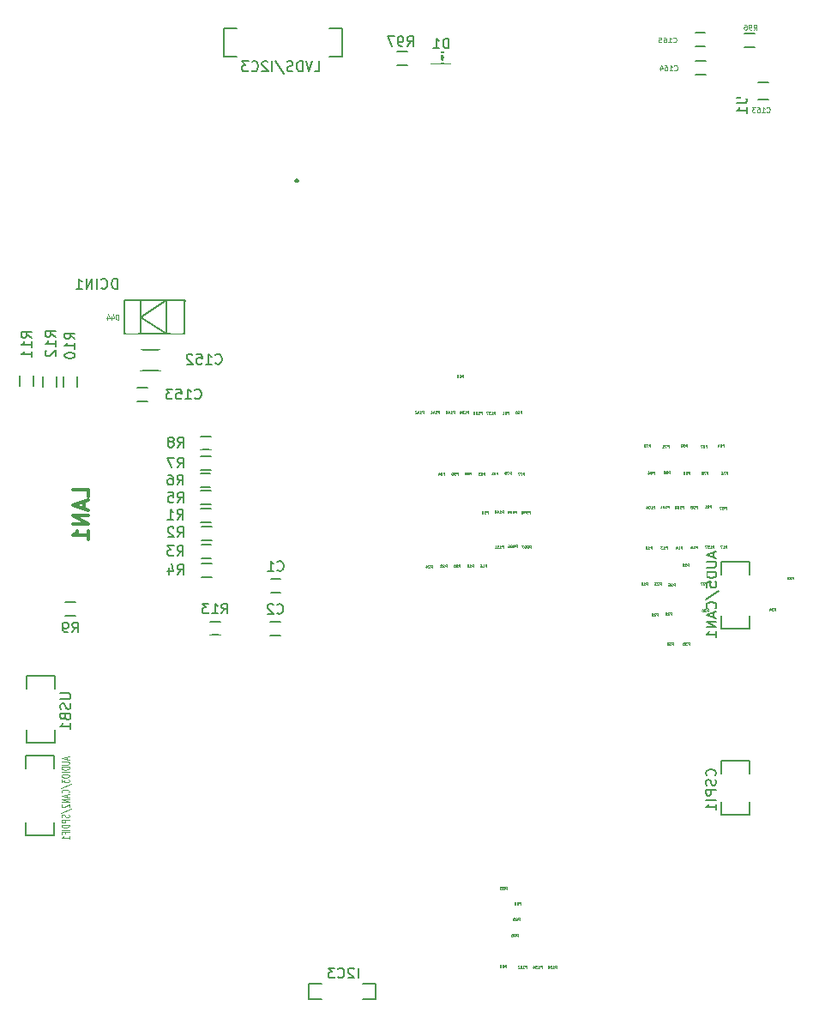
<source format=gbo>
G04 #@! TF.FileFunction,Legend,Bot*
%FSLAX46Y46*%
G04 Gerber Fmt 4.6, Leading zero omitted, Abs format (unit mm)*
G04 Created by KiCad (PCBNEW 4.0.3-stable) date 11/18/16 20:14:28*
%MOMM*%
%LPD*%
G01*
G04 APERTURE LIST*
%ADD10C,0.150000*%
%ADD11C,0.300000*%
%ADD12C,0.000001*%
%ADD13C,0.114300*%
%ADD14C,0.304800*%
%ADD15C,0.075000*%
%ADD16C,0.100000*%
%ADD17C,1.400000*%
%ADD18C,7.300000*%
%ADD19C,2.100000*%
%ADD20R,1.900000X3.900000*%
%ADD21R,3.900000X1.900000*%
%ADD22R,1.900000X4.400000*%
%ADD23R,1.289000X3.321000*%
%ADD24C,1.450000*%
%ADD25C,1.770000*%
%ADD26C,3.900000*%
%ADD27C,2.400000*%
%ADD28C,1.800000*%
%ADD29R,1.770000X1.770000*%
%ADD30R,1.197560X1.197560*%
%ADD31R,1.100000X0.820000*%
%ADD32R,1.100000X0.800000*%
%ADD33C,1.700000*%
%ADD34R,1.600000X1.300000*%
%ADD35R,1.300000X1.600000*%
%ADD36R,1.900000X1.650000*%
%ADD37R,2.400000X2.000000*%
G04 APERTURE END LIST*
D10*
D11*
X235320000Y-119145714D02*
X235248572Y-119217143D01*
X235320000Y-119288571D01*
X235391429Y-119217143D01*
X235320000Y-119145714D01*
X235320000Y-119288571D01*
D10*
X222407480Y-134307580D02*
X222407480Y-131041140D01*
X222407480Y-131041140D02*
X219900500Y-132689600D01*
X219900500Y-132689600D02*
X222420180Y-134307580D01*
X219900500Y-134307580D02*
X219900500Y-131038600D01*
X219900500Y-131046220D02*
X219897960Y-131043680D01*
X224264220Y-131264660D02*
X224274380Y-131038600D01*
X224264220Y-131140200D02*
X224264220Y-134310120D01*
X224264220Y-134310120D02*
X218310460Y-134310120D01*
X218315540Y-134305040D02*
X218315540Y-131036060D01*
X218315540Y-131038600D02*
X224279460Y-131038600D01*
X228117400Y-105740200D02*
X228117400Y-104216200D01*
X239801400Y-105714800D02*
X239801400Y-104190800D01*
X228117400Y-104190800D02*
X229387400Y-104190800D01*
X228117400Y-106984800D02*
X229387400Y-106984800D01*
X228117400Y-106984800D02*
X228117400Y-105460800D01*
X238531400Y-106984800D02*
X239801400Y-106984800D01*
X239801400Y-106984800D02*
X239801400Y-105460800D01*
X239801400Y-104190800D02*
X238531400Y-104190800D01*
X210108800Y-183819800D02*
X208584800Y-183819800D01*
X210083400Y-175945800D02*
X208559400Y-175945800D01*
X208584800Y-183819800D02*
X208584800Y-182549800D01*
X211353400Y-183819800D02*
X211353400Y-182549800D01*
X211353400Y-183819800D02*
X209829400Y-183819800D01*
X211353400Y-177215800D02*
X211353400Y-175945800D01*
X211353400Y-175945800D02*
X209829400Y-175945800D01*
X208559400Y-175945800D02*
X208559400Y-177215800D01*
X278511000Y-156819600D02*
X280035000Y-156819600D01*
X278511000Y-163423600D02*
X280035000Y-163423600D01*
X280035000Y-156819600D02*
X280035000Y-158089600D01*
X277266400Y-156819600D02*
X277266400Y-158089600D01*
X277266400Y-156819600D02*
X278790400Y-156819600D01*
X277241000Y-162153600D02*
X277241000Y-163423600D01*
X277241000Y-163423600D02*
X278765000Y-163423600D01*
X280035000Y-163423600D02*
X280035000Y-162153600D01*
X278739600Y-181864000D02*
X277215600Y-181864000D01*
X278765000Y-176530000D02*
X277241000Y-176530000D01*
X277215600Y-181864000D02*
X277215600Y-180594000D01*
X280035000Y-181864000D02*
X280035000Y-180594000D01*
X280035000Y-181864000D02*
X278511000Y-181864000D01*
X280035000Y-177800000D02*
X280035000Y-176530000D01*
X280035000Y-176530000D02*
X278511000Y-176530000D01*
X277241000Y-176530000D02*
X277241000Y-177800000D01*
X248592160Y-106533860D02*
X250492160Y-106533860D01*
X248592160Y-107633860D02*
X250492160Y-107633860D01*
X249492160Y-107083860D02*
X249942160Y-107083860D01*
X249442160Y-107333860D02*
X249442160Y-106833860D01*
X249442160Y-107083860D02*
X249692160Y-107333860D01*
X249692160Y-107333860D02*
X249692160Y-106833860D01*
X249692160Y-106833860D02*
X249442160Y-107083860D01*
X236524800Y-198475600D02*
X237794800Y-198475600D01*
X236524800Y-199999600D02*
X237794800Y-199999600D01*
X236524800Y-199999600D02*
X236524800Y-198475600D01*
X241858800Y-199999600D02*
X243128800Y-199999600D01*
X243128800Y-199999600D02*
X243128800Y-198475600D01*
X243128800Y-198475600D02*
X241858800Y-198475600D01*
X210159600Y-174701200D02*
X208635600Y-174701200D01*
X210159600Y-168097200D02*
X208635600Y-168097200D01*
X208635600Y-174701200D02*
X208635600Y-173431200D01*
X211404200Y-174701200D02*
X211404200Y-173431200D01*
X211404200Y-174701200D02*
X209880200Y-174701200D01*
X211429600Y-169367200D02*
X211429600Y-168097200D01*
X211429600Y-168097200D02*
X209905600Y-168097200D01*
X208635600Y-168097200D02*
X208635600Y-169367200D01*
X232732960Y-159889820D02*
X233732960Y-159889820D01*
X233732960Y-158539820D02*
X232732960Y-158539820D01*
X232702480Y-164126540D02*
X233702480Y-164126540D01*
X233702480Y-162776540D02*
X232702480Y-162776540D01*
X226753800Y-164085900D02*
X227753800Y-164085900D01*
X227753800Y-162735900D02*
X226753800Y-162735900D01*
X225849560Y-151187780D02*
X226849560Y-151187780D01*
X226849560Y-149837780D02*
X225849560Y-149837780D01*
X212283680Y-138537060D02*
X212283680Y-139537060D01*
X213633680Y-139537060D02*
X213633680Y-138537060D01*
X220591000Y-139687940D02*
X219591000Y-139687940D01*
X219591000Y-141037940D02*
X220591000Y-141037940D01*
X225900360Y-158406460D02*
X226900360Y-158406460D01*
X226900360Y-157056460D02*
X225900360Y-157056460D01*
X225801300Y-149480900D02*
X226801300Y-149480900D01*
X226801300Y-148130900D02*
X225801300Y-148130900D01*
X275678520Y-107396920D02*
X274678520Y-107396920D01*
X274678520Y-108746920D02*
X275678520Y-108746920D01*
X210246600Y-138537060D02*
X210246600Y-139537060D01*
X211596600Y-139537060D02*
X211596600Y-138537060D01*
X275642960Y-104648640D02*
X274642960Y-104648640D01*
X274642960Y-105998640D02*
X275642960Y-105998640D01*
X208006320Y-138506580D02*
X208006320Y-139506580D01*
X209356320Y-139506580D02*
X209356320Y-138506580D01*
X245199280Y-107850300D02*
X246199280Y-107850300D01*
X246199280Y-106500300D02*
X245199280Y-106500300D01*
X225874960Y-156491300D02*
X226874960Y-156491300D01*
X226874960Y-155141300D02*
X225874960Y-155141300D01*
X225895280Y-154698060D02*
X226895280Y-154698060D01*
X226895280Y-153348060D02*
X225895280Y-153348060D01*
X225854640Y-152935300D02*
X226854640Y-152935300D01*
X226854640Y-151585300D02*
X225854640Y-151585300D01*
X213479000Y-160792800D02*
X212479000Y-160792800D01*
X212479000Y-162142800D02*
X213479000Y-162142800D01*
X225814000Y-145797900D02*
X226814000Y-145797900D01*
X226814000Y-144447900D02*
X225814000Y-144447900D01*
X225826700Y-147766400D02*
X226826700Y-147766400D01*
X226826700Y-146416400D02*
X225826700Y-146416400D01*
X279489280Y-106021500D02*
X280489280Y-106021500D01*
X280489280Y-104671500D02*
X279489280Y-104671500D01*
X281883740Y-111207920D02*
X280883740Y-111207920D01*
X280883740Y-109507920D02*
X281883740Y-109507920D01*
X221865700Y-137981800D02*
X219865700Y-137981800D01*
X219865700Y-135931800D02*
X221865700Y-135931800D01*
D12*
D10*
X217595200Y-129893321D02*
X217595200Y-128893321D01*
X217357105Y-128893321D01*
X217214247Y-128940940D01*
X217119009Y-129036178D01*
X217071390Y-129131416D01*
X217023771Y-129321892D01*
X217023771Y-129464750D01*
X217071390Y-129655226D01*
X217119009Y-129750464D01*
X217214247Y-129845702D01*
X217357105Y-129893321D01*
X217595200Y-129893321D01*
X216023771Y-129798083D02*
X216071390Y-129845702D01*
X216214247Y-129893321D01*
X216309485Y-129893321D01*
X216452343Y-129845702D01*
X216547581Y-129750464D01*
X216595200Y-129655226D01*
X216642819Y-129464750D01*
X216642819Y-129321892D01*
X216595200Y-129131416D01*
X216547581Y-129036178D01*
X216452343Y-128940940D01*
X216309485Y-128893321D01*
X216214247Y-128893321D01*
X216071390Y-128940940D01*
X216023771Y-128988559D01*
X215595200Y-129893321D02*
X215595200Y-128893321D01*
X215119010Y-129893321D02*
X215119010Y-128893321D01*
X214547581Y-129893321D01*
X214547581Y-128893321D01*
X213547581Y-129893321D02*
X214119010Y-129893321D01*
X213833296Y-129893321D02*
X213833296Y-128893321D01*
X213928534Y-129036178D01*
X214023772Y-129131416D01*
X214119010Y-129179035D01*
D13*
X217699772Y-132939730D02*
X217699772Y-132431730D01*
X217590915Y-132431730D01*
X217525600Y-132455920D01*
X217482058Y-132504301D01*
X217460286Y-132552682D01*
X217438515Y-132649444D01*
X217438515Y-132722015D01*
X217460286Y-132818777D01*
X217482058Y-132867158D01*
X217525600Y-132915539D01*
X217590915Y-132939730D01*
X217699772Y-132939730D01*
X217046629Y-132601063D02*
X217046629Y-132939730D01*
X217155486Y-132407539D02*
X217264343Y-132770396D01*
X216981315Y-132770396D01*
X216611200Y-132601063D02*
X216611200Y-132939730D01*
X216720057Y-132407539D02*
X216828914Y-132770396D01*
X216545886Y-132770396D01*
D14*
X214760629Y-150453271D02*
X214760629Y-149727557D01*
X213236629Y-149727557D01*
X214325200Y-150888700D02*
X214325200Y-151614414D01*
X214760629Y-150743557D02*
X213236629Y-151251557D01*
X214760629Y-151759557D01*
X214760629Y-152267557D02*
X213236629Y-152267557D01*
X214760629Y-153138414D01*
X213236629Y-153138414D01*
X214760629Y-154662414D02*
X214760629Y-153791557D01*
X214760629Y-154226985D02*
X213236629Y-154226985D01*
X213454343Y-154081842D01*
X213599486Y-153936700D01*
X213672057Y-153791557D01*
D10*
X237065723Y-108427781D02*
X237541914Y-108427781D01*
X237541914Y-107427781D01*
X236875247Y-107427781D02*
X236541914Y-108427781D01*
X236208580Y-107427781D01*
X235875247Y-108427781D02*
X235875247Y-107427781D01*
X235637152Y-107427781D01*
X235494294Y-107475400D01*
X235399056Y-107570638D01*
X235351437Y-107665876D01*
X235303818Y-107856352D01*
X235303818Y-107999210D01*
X235351437Y-108189686D01*
X235399056Y-108284924D01*
X235494294Y-108380162D01*
X235637152Y-108427781D01*
X235875247Y-108427781D01*
X234922866Y-108380162D02*
X234780009Y-108427781D01*
X234541913Y-108427781D01*
X234446675Y-108380162D01*
X234399056Y-108332543D01*
X234351437Y-108237305D01*
X234351437Y-108142067D01*
X234399056Y-108046829D01*
X234446675Y-107999210D01*
X234541913Y-107951590D01*
X234732390Y-107903971D01*
X234827628Y-107856352D01*
X234875247Y-107808733D01*
X234922866Y-107713495D01*
X234922866Y-107618257D01*
X234875247Y-107523019D01*
X234827628Y-107475400D01*
X234732390Y-107427781D01*
X234494294Y-107427781D01*
X234351437Y-107475400D01*
X233208580Y-107380162D02*
X234065723Y-108665876D01*
X232875247Y-108427781D02*
X232875247Y-107427781D01*
X232446676Y-107523019D02*
X232399057Y-107475400D01*
X232303819Y-107427781D01*
X232065723Y-107427781D01*
X231970485Y-107475400D01*
X231922866Y-107523019D01*
X231875247Y-107618257D01*
X231875247Y-107713495D01*
X231922866Y-107856352D01*
X232494295Y-108427781D01*
X231875247Y-108427781D01*
X230875247Y-108332543D02*
X230922866Y-108380162D01*
X231065723Y-108427781D01*
X231160961Y-108427781D01*
X231303819Y-108380162D01*
X231399057Y-108284924D01*
X231446676Y-108189686D01*
X231494295Y-107999210D01*
X231494295Y-107856352D01*
X231446676Y-107665876D01*
X231399057Y-107570638D01*
X231303819Y-107475400D01*
X231160961Y-107427781D01*
X231065723Y-107427781D01*
X230922866Y-107475400D01*
X230875247Y-107523019D01*
X230541914Y-107427781D02*
X229922866Y-107427781D01*
X230256200Y-107808733D01*
X230113342Y-107808733D01*
X230018104Y-107856352D01*
X229970485Y-107903971D01*
X229922866Y-107999210D01*
X229922866Y-108237305D01*
X229970485Y-108332543D01*
X230018104Y-108380162D01*
X230113342Y-108427781D01*
X230399057Y-108427781D01*
X230494295Y-108380162D01*
X230541914Y-108332543D01*
D15*
X212621400Y-176139982D02*
X212621400Y-176378077D01*
X212835686Y-176092363D02*
X212085686Y-176259030D01*
X212835686Y-176425696D01*
X212085686Y-176592363D02*
X212692829Y-176592363D01*
X212764257Y-176616172D01*
X212799971Y-176639982D01*
X212835686Y-176687601D01*
X212835686Y-176782839D01*
X212799971Y-176830458D01*
X212764257Y-176854267D01*
X212692829Y-176878077D01*
X212085686Y-176878077D01*
X212835686Y-177116173D02*
X212085686Y-177116173D01*
X212085686Y-177235220D01*
X212121400Y-177306649D01*
X212192829Y-177354268D01*
X212264257Y-177378077D01*
X212407114Y-177401887D01*
X212514257Y-177401887D01*
X212657114Y-177378077D01*
X212728543Y-177354268D01*
X212799971Y-177306649D01*
X212835686Y-177235220D01*
X212835686Y-177116173D01*
X212835686Y-177616173D02*
X212085686Y-177616173D01*
X212085686Y-177949506D02*
X212085686Y-178044744D01*
X212121400Y-178092363D01*
X212192829Y-178139982D01*
X212335686Y-178163791D01*
X212585686Y-178163791D01*
X212728543Y-178139982D01*
X212799971Y-178092363D01*
X212835686Y-178044744D01*
X212835686Y-177949506D01*
X212799971Y-177901887D01*
X212728543Y-177854268D01*
X212585686Y-177830458D01*
X212335686Y-177830458D01*
X212192829Y-177854268D01*
X212121400Y-177901887D01*
X212085686Y-177949506D01*
X212085686Y-178330459D02*
X212085686Y-178639982D01*
X212371400Y-178473316D01*
X212371400Y-178544744D01*
X212407114Y-178592363D01*
X212442829Y-178616173D01*
X212514257Y-178639982D01*
X212692829Y-178639982D01*
X212764257Y-178616173D01*
X212799971Y-178592363D01*
X212835686Y-178544744D01*
X212835686Y-178401887D01*
X212799971Y-178354268D01*
X212764257Y-178330459D01*
X212049971Y-179211410D02*
X213014257Y-178782839D01*
X212764257Y-179663792D02*
X212799971Y-179639982D01*
X212835686Y-179568554D01*
X212835686Y-179520935D01*
X212799971Y-179449506D01*
X212728543Y-179401887D01*
X212657114Y-179378078D01*
X212514257Y-179354268D01*
X212407114Y-179354268D01*
X212264257Y-179378078D01*
X212192829Y-179401887D01*
X212121400Y-179449506D01*
X212085686Y-179520935D01*
X212085686Y-179568554D01*
X212121400Y-179639982D01*
X212157114Y-179663792D01*
X212621400Y-179854268D02*
X212621400Y-180092363D01*
X212835686Y-179806649D02*
X212085686Y-179973316D01*
X212835686Y-180139982D01*
X212835686Y-180306649D02*
X212085686Y-180306649D01*
X212835686Y-180592363D01*
X212085686Y-180592363D01*
X212157114Y-180806649D02*
X212121400Y-180830459D01*
X212085686Y-180878078D01*
X212085686Y-180997125D01*
X212121400Y-181044744D01*
X212157114Y-181068554D01*
X212228543Y-181092363D01*
X212299971Y-181092363D01*
X212407114Y-181068554D01*
X212835686Y-180782840D01*
X212835686Y-181092363D01*
X212049971Y-181663791D02*
X213014257Y-181235220D01*
X212799971Y-181806649D02*
X212835686Y-181878078D01*
X212835686Y-181997125D01*
X212799971Y-182044744D01*
X212764257Y-182068554D01*
X212692829Y-182092363D01*
X212621400Y-182092363D01*
X212549971Y-182068554D01*
X212514257Y-182044744D01*
X212478543Y-181997125D01*
X212442829Y-181901887D01*
X212407114Y-181854268D01*
X212371400Y-181830459D01*
X212299971Y-181806649D01*
X212228543Y-181806649D01*
X212157114Y-181830459D01*
X212121400Y-181854268D01*
X212085686Y-181901887D01*
X212085686Y-182020935D01*
X212121400Y-182092363D01*
X212835686Y-182306649D02*
X212085686Y-182306649D01*
X212085686Y-182497125D01*
X212121400Y-182544744D01*
X212157114Y-182568553D01*
X212228543Y-182592363D01*
X212335686Y-182592363D01*
X212407114Y-182568553D01*
X212442829Y-182544744D01*
X212478543Y-182497125D01*
X212478543Y-182306649D01*
X212835686Y-182806649D02*
X212085686Y-182806649D01*
X212085686Y-182925696D01*
X212121400Y-182997125D01*
X212192829Y-183044744D01*
X212264257Y-183068553D01*
X212407114Y-183092363D01*
X212514257Y-183092363D01*
X212657114Y-183068553D01*
X212728543Y-183044744D01*
X212799971Y-182997125D01*
X212835686Y-182925696D01*
X212835686Y-182806649D01*
X212835686Y-183306649D02*
X212085686Y-183306649D01*
X212442829Y-183711410D02*
X212442829Y-183544744D01*
X212835686Y-183544744D02*
X212085686Y-183544744D01*
X212085686Y-183782839D01*
X212835686Y-184235219D02*
X212835686Y-183949505D01*
X212835686Y-184092362D02*
X212085686Y-184092362D01*
X212192829Y-184044743D01*
X212264257Y-183997124D01*
X212299971Y-183949505D01*
D10*
X276467867Y-155931124D02*
X276467867Y-156407315D01*
X276753581Y-155835886D02*
X275753581Y-156169219D01*
X276753581Y-156502553D01*
X275753581Y-156835886D02*
X276563105Y-156835886D01*
X276658343Y-156883505D01*
X276705962Y-156931124D01*
X276753581Y-157026362D01*
X276753581Y-157216839D01*
X276705962Y-157312077D01*
X276658343Y-157359696D01*
X276563105Y-157407315D01*
X275753581Y-157407315D01*
X276753581Y-157883505D02*
X275753581Y-157883505D01*
X275753581Y-158121600D01*
X275801200Y-158264458D01*
X275896438Y-158359696D01*
X275991676Y-158407315D01*
X276182152Y-158454934D01*
X276325010Y-158454934D01*
X276515486Y-158407315D01*
X276610724Y-158359696D01*
X276705962Y-158264458D01*
X276753581Y-158121600D01*
X276753581Y-157883505D01*
X275753581Y-159359696D02*
X275753581Y-158883505D01*
X276229771Y-158835886D01*
X276182152Y-158883505D01*
X276134533Y-158978743D01*
X276134533Y-159216839D01*
X276182152Y-159312077D01*
X276229771Y-159359696D01*
X276325010Y-159407315D01*
X276563105Y-159407315D01*
X276658343Y-159359696D01*
X276705962Y-159312077D01*
X276753581Y-159216839D01*
X276753581Y-158978743D01*
X276705962Y-158883505D01*
X276658343Y-158835886D01*
X275705962Y-160550172D02*
X276991676Y-159693029D01*
X276658343Y-161454934D02*
X276705962Y-161407315D01*
X276753581Y-161264458D01*
X276753581Y-161169220D01*
X276705962Y-161026362D01*
X276610724Y-160931124D01*
X276515486Y-160883505D01*
X276325010Y-160835886D01*
X276182152Y-160835886D01*
X275991676Y-160883505D01*
X275896438Y-160931124D01*
X275801200Y-161026362D01*
X275753581Y-161169220D01*
X275753581Y-161264458D01*
X275801200Y-161407315D01*
X275848819Y-161454934D01*
X276467867Y-161835886D02*
X276467867Y-162312077D01*
X276753581Y-161740648D02*
X275753581Y-162073981D01*
X276753581Y-162407315D01*
X276753581Y-162740648D02*
X275753581Y-162740648D01*
X276753581Y-163312077D01*
X275753581Y-163312077D01*
X276753581Y-164312077D02*
X276753581Y-163740648D01*
X276753581Y-164026362D02*
X275753581Y-164026362D01*
X275896438Y-163931124D01*
X275991676Y-163835886D01*
X276039295Y-163740648D01*
X276607543Y-177968448D02*
X276655162Y-177920829D01*
X276702781Y-177777972D01*
X276702781Y-177682734D01*
X276655162Y-177539876D01*
X276559924Y-177444638D01*
X276464686Y-177397019D01*
X276274210Y-177349400D01*
X276131352Y-177349400D01*
X275940876Y-177397019D01*
X275845638Y-177444638D01*
X275750400Y-177539876D01*
X275702781Y-177682734D01*
X275702781Y-177777972D01*
X275750400Y-177920829D01*
X275798019Y-177968448D01*
X276655162Y-178349400D02*
X276702781Y-178492257D01*
X276702781Y-178730353D01*
X276655162Y-178825591D01*
X276607543Y-178873210D01*
X276512305Y-178920829D01*
X276417067Y-178920829D01*
X276321829Y-178873210D01*
X276274210Y-178825591D01*
X276226590Y-178730353D01*
X276178971Y-178539876D01*
X276131352Y-178444638D01*
X276083733Y-178397019D01*
X275988495Y-178349400D01*
X275893257Y-178349400D01*
X275798019Y-178397019D01*
X275750400Y-178444638D01*
X275702781Y-178539876D01*
X275702781Y-178777972D01*
X275750400Y-178920829D01*
X276702781Y-179349400D02*
X275702781Y-179349400D01*
X275702781Y-179730353D01*
X275750400Y-179825591D01*
X275798019Y-179873210D01*
X275893257Y-179920829D01*
X276036114Y-179920829D01*
X276131352Y-179873210D01*
X276178971Y-179825591D01*
X276226590Y-179730353D01*
X276226590Y-179349400D01*
X276702781Y-180349400D02*
X275702781Y-180349400D01*
X276702781Y-181349400D02*
X276702781Y-180777971D01*
X276702781Y-181063685D02*
X275702781Y-181063685D01*
X275845638Y-180968447D01*
X275940876Y-180873209D01*
X275988495Y-180777971D01*
D12*
X272303571Y-162093095D02*
X272303571Y-161843095D01*
X272208333Y-161843095D01*
X272184524Y-161855000D01*
X272172619Y-161866905D01*
X272160714Y-161890714D01*
X272160714Y-161926429D01*
X272172619Y-161950238D01*
X272184524Y-161962143D01*
X272208333Y-161974048D01*
X272303571Y-161974048D01*
X272065476Y-161866905D02*
X272053571Y-161855000D01*
X272029762Y-161843095D01*
X271970238Y-161843095D01*
X271946428Y-161855000D01*
X271934524Y-161866905D01*
X271922619Y-161890714D01*
X271922619Y-161914524D01*
X271934524Y-161950238D01*
X272077381Y-162093095D01*
X271922619Y-162093095D01*
X271803571Y-162093095D02*
X271755952Y-162093095D01*
X271732143Y-162081190D01*
X271720238Y-162069286D01*
X271696429Y-162033571D01*
X271684524Y-161985952D01*
X271684524Y-161890714D01*
X271696429Y-161866905D01*
X271708333Y-161855000D01*
X271732143Y-161843095D01*
X271779762Y-161843095D01*
X271803571Y-161855000D01*
X271815476Y-161866905D01*
X271827381Y-161890714D01*
X271827381Y-161950238D01*
X271815476Y-161974048D01*
X271803571Y-161985952D01*
X271779762Y-161997857D01*
X271732143Y-161997857D01*
X271708333Y-161985952D01*
X271696429Y-161974048D01*
X271684524Y-161950238D01*
X270953571Y-162193095D02*
X270953571Y-161943095D01*
X270858333Y-161943095D01*
X270834524Y-161955000D01*
X270822619Y-161966905D01*
X270810714Y-161990714D01*
X270810714Y-162026429D01*
X270822619Y-162050238D01*
X270834524Y-162062143D01*
X270858333Y-162074048D01*
X270953571Y-162074048D01*
X270715476Y-161966905D02*
X270703571Y-161955000D01*
X270679762Y-161943095D01*
X270620238Y-161943095D01*
X270596428Y-161955000D01*
X270584524Y-161966905D01*
X270572619Y-161990714D01*
X270572619Y-162014524D01*
X270584524Y-162050238D01*
X270727381Y-162193095D01*
X270572619Y-162193095D01*
X270429762Y-162050238D02*
X270453571Y-162038333D01*
X270465476Y-162026429D01*
X270477381Y-162002619D01*
X270477381Y-161990714D01*
X270465476Y-161966905D01*
X270453571Y-161955000D01*
X270429762Y-161943095D01*
X270382143Y-161943095D01*
X270358333Y-161955000D01*
X270346429Y-161966905D01*
X270334524Y-161990714D01*
X270334524Y-162002619D01*
X270346429Y-162026429D01*
X270358333Y-162038333D01*
X270382143Y-162050238D01*
X270429762Y-162050238D01*
X270453571Y-162062143D01*
X270465476Y-162074048D01*
X270477381Y-162097857D01*
X270477381Y-162145476D01*
X270465476Y-162169286D01*
X270453571Y-162181190D01*
X270429762Y-162193095D01*
X270382143Y-162193095D01*
X270358333Y-162181190D01*
X270346429Y-162169286D01*
X270334524Y-162145476D01*
X270334524Y-162097857D01*
X270346429Y-162074048D01*
X270358333Y-162062143D01*
X270382143Y-162050238D01*
X274003571Y-157293095D02*
X274003571Y-157043095D01*
X273908333Y-157043095D01*
X273884524Y-157055000D01*
X273872619Y-157066905D01*
X273860714Y-157090714D01*
X273860714Y-157126429D01*
X273872619Y-157150238D01*
X273884524Y-157162143D01*
X273908333Y-157174048D01*
X274003571Y-157174048D01*
X273765476Y-157066905D02*
X273753571Y-157055000D01*
X273729762Y-157043095D01*
X273670238Y-157043095D01*
X273646428Y-157055000D01*
X273634524Y-157066905D01*
X273622619Y-157090714D01*
X273622619Y-157114524D01*
X273634524Y-157150238D01*
X273777381Y-157293095D01*
X273622619Y-157293095D01*
X273408333Y-157043095D02*
X273455952Y-157043095D01*
X273479762Y-157055000D01*
X273491667Y-157066905D01*
X273515476Y-157102619D01*
X273527381Y-157150238D01*
X273527381Y-157245476D01*
X273515476Y-157269286D01*
X273503571Y-157281190D01*
X273479762Y-157293095D01*
X273432143Y-157293095D01*
X273408333Y-157281190D01*
X273396429Y-157269286D01*
X273384524Y-157245476D01*
X273384524Y-157185952D01*
X273396429Y-157162143D01*
X273408333Y-157150238D01*
X273432143Y-157138333D01*
X273479762Y-157138333D01*
X273503571Y-157150238D01*
X273515476Y-157162143D01*
X273527381Y-157185952D01*
X275793571Y-159123095D02*
X275793571Y-158873095D01*
X275698333Y-158873095D01*
X275674524Y-158885000D01*
X275662619Y-158896905D01*
X275650714Y-158920714D01*
X275650714Y-158956429D01*
X275662619Y-158980238D01*
X275674524Y-158992143D01*
X275698333Y-159004048D01*
X275793571Y-159004048D01*
X275555476Y-158896905D02*
X275543571Y-158885000D01*
X275519762Y-158873095D01*
X275460238Y-158873095D01*
X275436428Y-158885000D01*
X275424524Y-158896905D01*
X275412619Y-158920714D01*
X275412619Y-158944524D01*
X275424524Y-158980238D01*
X275567381Y-159123095D01*
X275412619Y-159123095D01*
X275329286Y-158873095D02*
X275162619Y-158873095D01*
X275269762Y-159123095D01*
X274063571Y-165063095D02*
X274063571Y-164813095D01*
X273968333Y-164813095D01*
X273944524Y-164825000D01*
X273932619Y-164836905D01*
X273920714Y-164860714D01*
X273920714Y-164896429D01*
X273932619Y-164920238D01*
X273944524Y-164932143D01*
X273968333Y-164944048D01*
X274063571Y-164944048D01*
X273837381Y-164813095D02*
X273682619Y-164813095D01*
X273765952Y-164908333D01*
X273730238Y-164908333D01*
X273706428Y-164920238D01*
X273694524Y-164932143D01*
X273682619Y-164955952D01*
X273682619Y-165015476D01*
X273694524Y-165039286D01*
X273706428Y-165051190D01*
X273730238Y-165063095D01*
X273801666Y-165063095D01*
X273825476Y-165051190D01*
X273837381Y-165039286D01*
X273468333Y-164813095D02*
X273515952Y-164813095D01*
X273539762Y-164825000D01*
X273551667Y-164836905D01*
X273575476Y-164872619D01*
X273587381Y-164920238D01*
X273587381Y-165015476D01*
X273575476Y-165039286D01*
X273563571Y-165051190D01*
X273539762Y-165063095D01*
X273492143Y-165063095D01*
X273468333Y-165051190D01*
X273456429Y-165039286D01*
X273444524Y-165015476D01*
X273444524Y-164955952D01*
X273456429Y-164932143D01*
X273468333Y-164920238D01*
X273492143Y-164908333D01*
X273539762Y-164908333D01*
X273563571Y-164920238D01*
X273575476Y-164932143D01*
X273587381Y-164955952D01*
X275933571Y-161793095D02*
X275933571Y-161543095D01*
X275838333Y-161543095D01*
X275814524Y-161555000D01*
X275802619Y-161566905D01*
X275790714Y-161590714D01*
X275790714Y-161626429D01*
X275802619Y-161650238D01*
X275814524Y-161662143D01*
X275838333Y-161674048D01*
X275933571Y-161674048D01*
X275707381Y-161543095D02*
X275552619Y-161543095D01*
X275635952Y-161638333D01*
X275600238Y-161638333D01*
X275576428Y-161650238D01*
X275564524Y-161662143D01*
X275552619Y-161685952D01*
X275552619Y-161745476D01*
X275564524Y-161769286D01*
X275576428Y-161781190D01*
X275600238Y-161793095D01*
X275671666Y-161793095D01*
X275695476Y-161781190D01*
X275707381Y-161769286D01*
X275397857Y-161543095D02*
X275374048Y-161543095D01*
X275350238Y-161555000D01*
X275338333Y-161566905D01*
X275326429Y-161590714D01*
X275314524Y-161638333D01*
X275314524Y-161697857D01*
X275326429Y-161745476D01*
X275338333Y-161769286D01*
X275350238Y-161781190D01*
X275374048Y-161793095D01*
X275397857Y-161793095D01*
X275421667Y-161781190D01*
X275433571Y-161769286D01*
X275445476Y-161745476D01*
X275457381Y-161697857D01*
X275457381Y-161638333D01*
X275445476Y-161590714D01*
X275433571Y-161566905D01*
X275421667Y-161555000D01*
X275397857Y-161543095D01*
X251743571Y-138673095D02*
X251743571Y-138423095D01*
X251648333Y-138423095D01*
X251624524Y-138435000D01*
X251612619Y-138446905D01*
X251600714Y-138470714D01*
X251600714Y-138506429D01*
X251612619Y-138530238D01*
X251624524Y-138542143D01*
X251648333Y-138554048D01*
X251743571Y-138554048D01*
X251374524Y-138423095D02*
X251493571Y-138423095D01*
X251505476Y-138542143D01*
X251493571Y-138530238D01*
X251469762Y-138518333D01*
X251410238Y-138518333D01*
X251386428Y-138530238D01*
X251374524Y-138542143D01*
X251362619Y-138565952D01*
X251362619Y-138625476D01*
X251374524Y-138649286D01*
X251386428Y-138661190D01*
X251410238Y-138673095D01*
X251469762Y-138673095D01*
X251493571Y-138661190D01*
X251505476Y-138649286D01*
X251219762Y-138530238D02*
X251243571Y-138518333D01*
X251255476Y-138506429D01*
X251267381Y-138482619D01*
X251267381Y-138470714D01*
X251255476Y-138446905D01*
X251243571Y-138435000D01*
X251219762Y-138423095D01*
X251172143Y-138423095D01*
X251148333Y-138435000D01*
X251136429Y-138446905D01*
X251124524Y-138470714D01*
X251124524Y-138482619D01*
X251136429Y-138506429D01*
X251148333Y-138518333D01*
X251172143Y-138530238D01*
X251219762Y-138530238D01*
X251243571Y-138542143D01*
X251255476Y-138554048D01*
X251267381Y-138577857D01*
X251267381Y-138625476D01*
X251255476Y-138649286D01*
X251243571Y-138661190D01*
X251219762Y-138673095D01*
X251172143Y-138673095D01*
X251148333Y-138661190D01*
X251136429Y-138649286D01*
X251124524Y-138625476D01*
X251124524Y-138577857D01*
X251136429Y-138554048D01*
X251148333Y-138542143D01*
X251172143Y-138530238D01*
X282593571Y-161673095D02*
X282593571Y-161423095D01*
X282498333Y-161423095D01*
X282474524Y-161435000D01*
X282462619Y-161446905D01*
X282450714Y-161470714D01*
X282450714Y-161506429D01*
X282462619Y-161530238D01*
X282474524Y-161542143D01*
X282498333Y-161554048D01*
X282593571Y-161554048D01*
X282367381Y-161423095D02*
X282212619Y-161423095D01*
X282295952Y-161518333D01*
X282260238Y-161518333D01*
X282236428Y-161530238D01*
X282224524Y-161542143D01*
X282212619Y-161565952D01*
X282212619Y-161625476D01*
X282224524Y-161649286D01*
X282236428Y-161661190D01*
X282260238Y-161673095D01*
X282331666Y-161673095D01*
X282355476Y-161661190D01*
X282367381Y-161649286D01*
X281998333Y-161506429D02*
X281998333Y-161673095D01*
X282057857Y-161411190D02*
X282117381Y-161589762D01*
X281962619Y-161589762D01*
X272623571Y-159253095D02*
X272623571Y-159003095D01*
X272528333Y-159003095D01*
X272504524Y-159015000D01*
X272492619Y-159026905D01*
X272480714Y-159050714D01*
X272480714Y-159086429D01*
X272492619Y-159110238D01*
X272504524Y-159122143D01*
X272528333Y-159134048D01*
X272623571Y-159134048D01*
X272385476Y-159026905D02*
X272373571Y-159015000D01*
X272349762Y-159003095D01*
X272290238Y-159003095D01*
X272266428Y-159015000D01*
X272254524Y-159026905D01*
X272242619Y-159050714D01*
X272242619Y-159074524D01*
X272254524Y-159110238D01*
X272397381Y-159253095D01*
X272242619Y-159253095D01*
X272016429Y-159003095D02*
X272135476Y-159003095D01*
X272147381Y-159122143D01*
X272135476Y-159110238D01*
X272111667Y-159098333D01*
X272052143Y-159098333D01*
X272028333Y-159110238D01*
X272016429Y-159122143D01*
X272004524Y-159145952D01*
X272004524Y-159205476D01*
X272016429Y-159229286D01*
X272028333Y-159241190D01*
X272052143Y-159253095D01*
X272111667Y-159253095D01*
X272135476Y-159241190D01*
X272147381Y-159229286D01*
X271273571Y-159143095D02*
X271273571Y-158893095D01*
X271178333Y-158893095D01*
X271154524Y-158905000D01*
X271142619Y-158916905D01*
X271130714Y-158940714D01*
X271130714Y-158976429D01*
X271142619Y-159000238D01*
X271154524Y-159012143D01*
X271178333Y-159024048D01*
X271273571Y-159024048D01*
X271035476Y-158916905D02*
X271023571Y-158905000D01*
X270999762Y-158893095D01*
X270940238Y-158893095D01*
X270916428Y-158905000D01*
X270904524Y-158916905D01*
X270892619Y-158940714D01*
X270892619Y-158964524D01*
X270904524Y-159000238D01*
X271047381Y-159143095D01*
X270892619Y-159143095D01*
X270809286Y-158893095D02*
X270654524Y-158893095D01*
X270737857Y-158988333D01*
X270702143Y-158988333D01*
X270678333Y-159000238D01*
X270666429Y-159012143D01*
X270654524Y-159035952D01*
X270654524Y-159095476D01*
X270666429Y-159119286D01*
X270678333Y-159131190D01*
X270702143Y-159143095D01*
X270773571Y-159143095D01*
X270797381Y-159131190D01*
X270809286Y-159119286D01*
X269933571Y-159143095D02*
X269933571Y-158893095D01*
X269838333Y-158893095D01*
X269814524Y-158905000D01*
X269802619Y-158916905D01*
X269790714Y-158940714D01*
X269790714Y-158976429D01*
X269802619Y-159000238D01*
X269814524Y-159012143D01*
X269838333Y-159024048D01*
X269933571Y-159024048D01*
X269552619Y-159143095D02*
X269695476Y-159143095D01*
X269624047Y-159143095D02*
X269624047Y-158893095D01*
X269647857Y-158928810D01*
X269671666Y-158952619D01*
X269695476Y-158964524D01*
X269433571Y-159143095D02*
X269385952Y-159143095D01*
X269362143Y-159131190D01*
X269350238Y-159119286D01*
X269326429Y-159083571D01*
X269314524Y-159035952D01*
X269314524Y-158940714D01*
X269326429Y-158916905D01*
X269338333Y-158905000D01*
X269362143Y-158893095D01*
X269409762Y-158893095D01*
X269433571Y-158905000D01*
X269445476Y-158916905D01*
X269457381Y-158940714D01*
X269457381Y-159000238D01*
X269445476Y-159024048D01*
X269433571Y-159035952D01*
X269409762Y-159047857D01*
X269362143Y-159047857D01*
X269338333Y-159035952D01*
X269326429Y-159024048D01*
X269314524Y-159000238D01*
X277773571Y-155503095D02*
X277773571Y-155253095D01*
X277678333Y-155253095D01*
X277654524Y-155265000D01*
X277642619Y-155276905D01*
X277630714Y-155300714D01*
X277630714Y-155336429D01*
X277642619Y-155360238D01*
X277654524Y-155372143D01*
X277678333Y-155384048D01*
X277773571Y-155384048D01*
X277392619Y-155503095D02*
X277535476Y-155503095D01*
X277464047Y-155503095D02*
X277464047Y-155253095D01*
X277487857Y-155288810D01*
X277511666Y-155312619D01*
X277535476Y-155324524D01*
X277309286Y-155253095D02*
X277142619Y-155253095D01*
X277249762Y-155503095D01*
X276502618Y-155493095D02*
X276502618Y-155243095D01*
X276407380Y-155243095D01*
X276383571Y-155255000D01*
X276371666Y-155266905D01*
X276359761Y-155290714D01*
X276359761Y-155326429D01*
X276371666Y-155350238D01*
X276383571Y-155362143D01*
X276407380Y-155374048D01*
X276502618Y-155374048D01*
X276121666Y-155493095D02*
X276264523Y-155493095D01*
X276193094Y-155493095D02*
X276193094Y-155243095D01*
X276216904Y-155278810D01*
X276240713Y-155302619D01*
X276264523Y-155314524D01*
X275895476Y-155243095D02*
X276014523Y-155243095D01*
X276026428Y-155362143D01*
X276014523Y-155350238D01*
X275990714Y-155338333D01*
X275931190Y-155338333D01*
X275907380Y-155350238D01*
X275895476Y-155362143D01*
X275883571Y-155385952D01*
X275883571Y-155445476D01*
X275895476Y-155469286D01*
X275907380Y-155481190D01*
X275931190Y-155493095D01*
X275990714Y-155493095D01*
X276014523Y-155481190D01*
X276026428Y-155469286D01*
X275800238Y-155243095D02*
X275633571Y-155243095D01*
X275740714Y-155493095D01*
X274833571Y-155533095D02*
X274833571Y-155283095D01*
X274738333Y-155283095D01*
X274714524Y-155295000D01*
X274702619Y-155306905D01*
X274690714Y-155330714D01*
X274690714Y-155366429D01*
X274702619Y-155390238D01*
X274714524Y-155402143D01*
X274738333Y-155414048D01*
X274833571Y-155414048D01*
X274452619Y-155533095D02*
X274595476Y-155533095D01*
X274524047Y-155533095D02*
X274524047Y-155283095D01*
X274547857Y-155318810D01*
X274571666Y-155342619D01*
X274595476Y-155354524D01*
X274226429Y-155283095D02*
X274345476Y-155283095D01*
X274357381Y-155402143D01*
X274345476Y-155390238D01*
X274321667Y-155378333D01*
X274262143Y-155378333D01*
X274238333Y-155390238D01*
X274226429Y-155402143D01*
X274214524Y-155425952D01*
X274214524Y-155485476D01*
X274226429Y-155509286D01*
X274238333Y-155521190D01*
X274262143Y-155533095D01*
X274321667Y-155533095D01*
X274345476Y-155521190D01*
X274357381Y-155509286D01*
X273353571Y-155613095D02*
X273353571Y-155363095D01*
X273258333Y-155363095D01*
X273234524Y-155375000D01*
X273222619Y-155386905D01*
X273210714Y-155410714D01*
X273210714Y-155446429D01*
X273222619Y-155470238D01*
X273234524Y-155482143D01*
X273258333Y-155494048D01*
X273353571Y-155494048D01*
X272972619Y-155613095D02*
X273115476Y-155613095D01*
X273044047Y-155613095D02*
X273044047Y-155363095D01*
X273067857Y-155398810D01*
X273091666Y-155422619D01*
X273115476Y-155434524D01*
X272758333Y-155446429D02*
X272758333Y-155613095D01*
X272817857Y-155351190D02*
X272877381Y-155529762D01*
X272722619Y-155529762D01*
X271873571Y-155563095D02*
X271873571Y-155313095D01*
X271778333Y-155313095D01*
X271754524Y-155325000D01*
X271742619Y-155336905D01*
X271730714Y-155360714D01*
X271730714Y-155396429D01*
X271742619Y-155420238D01*
X271754524Y-155432143D01*
X271778333Y-155444048D01*
X271873571Y-155444048D01*
X271492619Y-155563095D02*
X271635476Y-155563095D01*
X271564047Y-155563095D02*
X271564047Y-155313095D01*
X271587857Y-155348810D01*
X271611666Y-155372619D01*
X271635476Y-155384524D01*
X271409286Y-155313095D02*
X271254524Y-155313095D01*
X271337857Y-155408333D01*
X271302143Y-155408333D01*
X271278333Y-155420238D01*
X271266429Y-155432143D01*
X271254524Y-155455952D01*
X271254524Y-155515476D01*
X271266429Y-155539286D01*
X271278333Y-155551190D01*
X271302143Y-155563095D01*
X271373571Y-155563095D01*
X271397381Y-155551190D01*
X271409286Y-155539286D01*
X257032618Y-155443095D02*
X257032618Y-155193095D01*
X256937380Y-155193095D01*
X256913571Y-155205000D01*
X256901666Y-155216905D01*
X256889761Y-155240714D01*
X256889761Y-155276429D01*
X256901666Y-155300238D01*
X256913571Y-155312143D01*
X256937380Y-155324048D01*
X257032618Y-155324048D01*
X256770713Y-155443095D02*
X256723094Y-155443095D01*
X256699285Y-155431190D01*
X256687380Y-155419286D01*
X256663571Y-155383571D01*
X256651666Y-155335952D01*
X256651666Y-155240714D01*
X256663571Y-155216905D01*
X256675475Y-155205000D01*
X256699285Y-155193095D01*
X256746904Y-155193095D01*
X256770713Y-155205000D01*
X256782618Y-155216905D01*
X256794523Y-155240714D01*
X256794523Y-155300238D01*
X256782618Y-155324048D01*
X256770713Y-155335952D01*
X256746904Y-155347857D01*
X256699285Y-155347857D01*
X256675475Y-155335952D01*
X256663571Y-155324048D01*
X256651666Y-155300238D01*
X256532618Y-155443095D02*
X256484999Y-155443095D01*
X256461190Y-155431190D01*
X256449285Y-155419286D01*
X256425476Y-155383571D01*
X256413571Y-155335952D01*
X256413571Y-155240714D01*
X256425476Y-155216905D01*
X256437380Y-155205000D01*
X256461190Y-155193095D01*
X256508809Y-155193095D01*
X256532618Y-155205000D01*
X256544523Y-155216905D01*
X256556428Y-155240714D01*
X256556428Y-155300238D01*
X256544523Y-155324048D01*
X256532618Y-155335952D01*
X256508809Y-155347857D01*
X256461190Y-155347857D01*
X256437380Y-155335952D01*
X256425476Y-155324048D01*
X256413571Y-155300238D01*
X256199285Y-155193095D02*
X256246904Y-155193095D01*
X256270714Y-155205000D01*
X256282619Y-155216905D01*
X256306428Y-155252619D01*
X256318333Y-155300238D01*
X256318333Y-155395476D01*
X256306428Y-155419286D01*
X256294523Y-155431190D01*
X256270714Y-155443095D01*
X256223095Y-155443095D01*
X256199285Y-155431190D01*
X256187381Y-155419286D01*
X256175476Y-155395476D01*
X256175476Y-155335952D01*
X256187381Y-155312143D01*
X256199285Y-155300238D01*
X256223095Y-155288333D01*
X256270714Y-155288333D01*
X256294523Y-155300238D01*
X256306428Y-155312143D01*
X256318333Y-155335952D01*
X258402618Y-155503095D02*
X258402618Y-155253095D01*
X258307380Y-155253095D01*
X258283571Y-155265000D01*
X258271666Y-155276905D01*
X258259761Y-155300714D01*
X258259761Y-155336429D01*
X258271666Y-155360238D01*
X258283571Y-155372143D01*
X258307380Y-155384048D01*
X258402618Y-155384048D01*
X258140713Y-155503095D02*
X258093094Y-155503095D01*
X258069285Y-155491190D01*
X258057380Y-155479286D01*
X258033571Y-155443571D01*
X258021666Y-155395952D01*
X258021666Y-155300714D01*
X258033571Y-155276905D01*
X258045475Y-155265000D01*
X258069285Y-155253095D01*
X258116904Y-155253095D01*
X258140713Y-155265000D01*
X258152618Y-155276905D01*
X258164523Y-155300714D01*
X258164523Y-155360238D01*
X258152618Y-155384048D01*
X258140713Y-155395952D01*
X258116904Y-155407857D01*
X258069285Y-155407857D01*
X258045475Y-155395952D01*
X258033571Y-155384048D01*
X258021666Y-155360238D01*
X257902618Y-155503095D02*
X257854999Y-155503095D01*
X257831190Y-155491190D01*
X257819285Y-155479286D01*
X257795476Y-155443571D01*
X257783571Y-155395952D01*
X257783571Y-155300714D01*
X257795476Y-155276905D01*
X257807380Y-155265000D01*
X257831190Y-155253095D01*
X257878809Y-155253095D01*
X257902618Y-155265000D01*
X257914523Y-155276905D01*
X257926428Y-155300714D01*
X257926428Y-155360238D01*
X257914523Y-155384048D01*
X257902618Y-155395952D01*
X257878809Y-155407857D01*
X257831190Y-155407857D01*
X257807380Y-155395952D01*
X257795476Y-155384048D01*
X257783571Y-155360238D01*
X257700238Y-155253095D02*
X257533571Y-155253095D01*
X257640714Y-155503095D01*
X258312618Y-152073095D02*
X258312618Y-151823095D01*
X258217380Y-151823095D01*
X258193571Y-151835000D01*
X258181666Y-151846905D01*
X258169761Y-151870714D01*
X258169761Y-151906429D01*
X258181666Y-151930238D01*
X258193571Y-151942143D01*
X258217380Y-151954048D01*
X258312618Y-151954048D01*
X258050713Y-152073095D02*
X258003094Y-152073095D01*
X257979285Y-152061190D01*
X257967380Y-152049286D01*
X257943571Y-152013571D01*
X257931666Y-151965952D01*
X257931666Y-151870714D01*
X257943571Y-151846905D01*
X257955475Y-151835000D01*
X257979285Y-151823095D01*
X258026904Y-151823095D01*
X258050713Y-151835000D01*
X258062618Y-151846905D01*
X258074523Y-151870714D01*
X258074523Y-151930238D01*
X258062618Y-151954048D01*
X258050713Y-151965952D01*
X258026904Y-151977857D01*
X257979285Y-151977857D01*
X257955475Y-151965952D01*
X257943571Y-151954048D01*
X257931666Y-151930238D01*
X257812618Y-152073095D02*
X257764999Y-152073095D01*
X257741190Y-152061190D01*
X257729285Y-152049286D01*
X257705476Y-152013571D01*
X257693571Y-151965952D01*
X257693571Y-151870714D01*
X257705476Y-151846905D01*
X257717380Y-151835000D01*
X257741190Y-151823095D01*
X257788809Y-151823095D01*
X257812618Y-151835000D01*
X257824523Y-151846905D01*
X257836428Y-151870714D01*
X257836428Y-151930238D01*
X257824523Y-151954048D01*
X257812618Y-151965952D01*
X257788809Y-151977857D01*
X257741190Y-151977857D01*
X257717380Y-151965952D01*
X257705476Y-151954048D01*
X257693571Y-151930238D01*
X257550714Y-151930238D02*
X257574523Y-151918333D01*
X257586428Y-151906429D01*
X257598333Y-151882619D01*
X257598333Y-151870714D01*
X257586428Y-151846905D01*
X257574523Y-151835000D01*
X257550714Y-151823095D01*
X257503095Y-151823095D01*
X257479285Y-151835000D01*
X257467381Y-151846905D01*
X257455476Y-151870714D01*
X257455476Y-151882619D01*
X257467381Y-151906429D01*
X257479285Y-151918333D01*
X257503095Y-151930238D01*
X257550714Y-151930238D01*
X257574523Y-151942143D01*
X257586428Y-151954048D01*
X257598333Y-151977857D01*
X257598333Y-152025476D01*
X257586428Y-152049286D01*
X257574523Y-152061190D01*
X257550714Y-152073095D01*
X257503095Y-152073095D01*
X257479285Y-152061190D01*
X257467381Y-152049286D01*
X257455476Y-152025476D01*
X257455476Y-151977857D01*
X257467381Y-151954048D01*
X257479285Y-151942143D01*
X257503095Y-151930238D01*
X256992618Y-152063095D02*
X256992618Y-151813095D01*
X256897380Y-151813095D01*
X256873571Y-151825000D01*
X256861666Y-151836905D01*
X256849761Y-151860714D01*
X256849761Y-151896429D01*
X256861666Y-151920238D01*
X256873571Y-151932143D01*
X256897380Y-151944048D01*
X256992618Y-151944048D01*
X256730713Y-152063095D02*
X256683094Y-152063095D01*
X256659285Y-152051190D01*
X256647380Y-152039286D01*
X256623571Y-152003571D01*
X256611666Y-151955952D01*
X256611666Y-151860714D01*
X256623571Y-151836905D01*
X256635475Y-151825000D01*
X256659285Y-151813095D01*
X256706904Y-151813095D01*
X256730713Y-151825000D01*
X256742618Y-151836905D01*
X256754523Y-151860714D01*
X256754523Y-151920238D01*
X256742618Y-151944048D01*
X256730713Y-151955952D01*
X256706904Y-151967857D01*
X256659285Y-151967857D01*
X256635475Y-151955952D01*
X256623571Y-151944048D01*
X256611666Y-151920238D01*
X256492618Y-152063095D02*
X256444999Y-152063095D01*
X256421190Y-152051190D01*
X256409285Y-152039286D01*
X256385476Y-152003571D01*
X256373571Y-151955952D01*
X256373571Y-151860714D01*
X256385476Y-151836905D01*
X256397380Y-151825000D01*
X256421190Y-151813095D01*
X256468809Y-151813095D01*
X256492618Y-151825000D01*
X256504523Y-151836905D01*
X256516428Y-151860714D01*
X256516428Y-151920238D01*
X256504523Y-151944048D01*
X256492618Y-151955952D01*
X256468809Y-151967857D01*
X256421190Y-151967857D01*
X256397380Y-151955952D01*
X256385476Y-151944048D01*
X256373571Y-151920238D01*
X256254523Y-152063095D02*
X256206904Y-152063095D01*
X256183095Y-152051190D01*
X256171190Y-152039286D01*
X256147381Y-152003571D01*
X256135476Y-151955952D01*
X256135476Y-151860714D01*
X256147381Y-151836905D01*
X256159285Y-151825000D01*
X256183095Y-151813095D01*
X256230714Y-151813095D01*
X256254523Y-151825000D01*
X256266428Y-151836905D01*
X256278333Y-151860714D01*
X256278333Y-151920238D01*
X256266428Y-151944048D01*
X256254523Y-151955952D01*
X256230714Y-151967857D01*
X256183095Y-151967857D01*
X256159285Y-151955952D01*
X256147381Y-151944048D01*
X256135476Y-151920238D01*
X284363571Y-158583095D02*
X284363571Y-158333095D01*
X284268333Y-158333095D01*
X284244524Y-158345000D01*
X284232619Y-158356905D01*
X284220714Y-158380714D01*
X284220714Y-158416429D01*
X284232619Y-158440238D01*
X284244524Y-158452143D01*
X284268333Y-158464048D01*
X284363571Y-158464048D01*
X284137381Y-158333095D02*
X283982619Y-158333095D01*
X284065952Y-158428333D01*
X284030238Y-158428333D01*
X284006428Y-158440238D01*
X283994524Y-158452143D01*
X283982619Y-158475952D01*
X283982619Y-158535476D01*
X283994524Y-158559286D01*
X284006428Y-158571190D01*
X284030238Y-158583095D01*
X284101666Y-158583095D01*
X284125476Y-158571190D01*
X284137381Y-158559286D01*
X283887381Y-158356905D02*
X283875476Y-158345000D01*
X283851667Y-158333095D01*
X283792143Y-158333095D01*
X283768333Y-158345000D01*
X283756429Y-158356905D01*
X283744524Y-158380714D01*
X283744524Y-158404524D01*
X283756429Y-158440238D01*
X283899286Y-158583095D01*
X283744524Y-158583095D01*
X272473571Y-165083095D02*
X272473571Y-164833095D01*
X272378333Y-164833095D01*
X272354524Y-164845000D01*
X272342619Y-164856905D01*
X272330714Y-164880714D01*
X272330714Y-164916429D01*
X272342619Y-164940238D01*
X272354524Y-164952143D01*
X272378333Y-164964048D01*
X272473571Y-164964048D01*
X272247381Y-164833095D02*
X272092619Y-164833095D01*
X272175952Y-164928333D01*
X272140238Y-164928333D01*
X272116428Y-164940238D01*
X272104524Y-164952143D01*
X272092619Y-164975952D01*
X272092619Y-165035476D01*
X272104524Y-165059286D01*
X272116428Y-165071190D01*
X272140238Y-165083095D01*
X272211666Y-165083095D01*
X272235476Y-165071190D01*
X272247381Y-165059286D01*
X271949762Y-164940238D02*
X271973571Y-164928333D01*
X271985476Y-164916429D01*
X271997381Y-164892619D01*
X271997381Y-164880714D01*
X271985476Y-164856905D01*
X271973571Y-164845000D01*
X271949762Y-164833095D01*
X271902143Y-164833095D01*
X271878333Y-164845000D01*
X271866429Y-164856905D01*
X271854524Y-164880714D01*
X271854524Y-164892619D01*
X271866429Y-164916429D01*
X271878333Y-164928333D01*
X271902143Y-164940238D01*
X271949762Y-164940238D01*
X271973571Y-164952143D01*
X271985476Y-164964048D01*
X271997381Y-164987857D01*
X271997381Y-165035476D01*
X271985476Y-165059286D01*
X271973571Y-165071190D01*
X271949762Y-165083095D01*
X271902143Y-165083095D01*
X271878333Y-165071190D01*
X271866429Y-165059286D01*
X271854524Y-165035476D01*
X271854524Y-164987857D01*
X271866429Y-164964048D01*
X271878333Y-164952143D01*
X271902143Y-164940238D01*
X270373571Y-155603095D02*
X270373571Y-155353095D01*
X270278333Y-155353095D01*
X270254524Y-155365000D01*
X270242619Y-155376905D01*
X270230714Y-155400714D01*
X270230714Y-155436429D01*
X270242619Y-155460238D01*
X270254524Y-155472143D01*
X270278333Y-155484048D01*
X270373571Y-155484048D01*
X269992619Y-155603095D02*
X270135476Y-155603095D01*
X270064047Y-155603095D02*
X270064047Y-155353095D01*
X270087857Y-155388810D01*
X270111666Y-155412619D01*
X270135476Y-155424524D01*
X269897381Y-155376905D02*
X269885476Y-155365000D01*
X269861667Y-155353095D01*
X269802143Y-155353095D01*
X269778333Y-155365000D01*
X269766429Y-155376905D01*
X269754524Y-155400714D01*
X269754524Y-155424524D01*
X269766429Y-155460238D01*
X269909286Y-155603095D01*
X269754524Y-155603095D01*
X248673571Y-157453095D02*
X248673571Y-157203095D01*
X248578333Y-157203095D01*
X248554524Y-157215000D01*
X248542619Y-157226905D01*
X248530714Y-157250714D01*
X248530714Y-157286429D01*
X248542619Y-157310238D01*
X248554524Y-157322143D01*
X248578333Y-157334048D01*
X248673571Y-157334048D01*
X248435476Y-157226905D02*
X248423571Y-157215000D01*
X248399762Y-157203095D01*
X248340238Y-157203095D01*
X248316428Y-157215000D01*
X248304524Y-157226905D01*
X248292619Y-157250714D01*
X248292619Y-157274524D01*
X248304524Y-157310238D01*
X248447381Y-157453095D01*
X248292619Y-157453095D01*
X248078333Y-157286429D02*
X248078333Y-157453095D01*
X248137857Y-157191190D02*
X248197381Y-157369762D01*
X248042619Y-157369762D01*
X250103571Y-157393095D02*
X250103571Y-157143095D01*
X250008333Y-157143095D01*
X249984524Y-157155000D01*
X249972619Y-157166905D01*
X249960714Y-157190714D01*
X249960714Y-157226429D01*
X249972619Y-157250238D01*
X249984524Y-157262143D01*
X250008333Y-157274048D01*
X250103571Y-157274048D01*
X249865476Y-157166905D02*
X249853571Y-157155000D01*
X249829762Y-157143095D01*
X249770238Y-157143095D01*
X249746428Y-157155000D01*
X249734524Y-157166905D01*
X249722619Y-157190714D01*
X249722619Y-157214524D01*
X249734524Y-157250238D01*
X249877381Y-157393095D01*
X249722619Y-157393095D01*
X249627381Y-157166905D02*
X249615476Y-157155000D01*
X249591667Y-157143095D01*
X249532143Y-157143095D01*
X249508333Y-157155000D01*
X249496429Y-157166905D01*
X249484524Y-157190714D01*
X249484524Y-157214524D01*
X249496429Y-157250238D01*
X249639286Y-157393095D01*
X249484524Y-157393095D01*
X251433571Y-157383095D02*
X251433571Y-157133095D01*
X251338333Y-157133095D01*
X251314524Y-157145000D01*
X251302619Y-157156905D01*
X251290714Y-157180714D01*
X251290714Y-157216429D01*
X251302619Y-157240238D01*
X251314524Y-157252143D01*
X251338333Y-157264048D01*
X251433571Y-157264048D01*
X251195476Y-157156905D02*
X251183571Y-157145000D01*
X251159762Y-157133095D01*
X251100238Y-157133095D01*
X251076428Y-157145000D01*
X251064524Y-157156905D01*
X251052619Y-157180714D01*
X251052619Y-157204524D01*
X251064524Y-157240238D01*
X251207381Y-157383095D01*
X251052619Y-157383095D01*
X250897857Y-157133095D02*
X250874048Y-157133095D01*
X250850238Y-157145000D01*
X250838333Y-157156905D01*
X250826429Y-157180714D01*
X250814524Y-157228333D01*
X250814524Y-157287857D01*
X250826429Y-157335476D01*
X250838333Y-157359286D01*
X250850238Y-157371190D01*
X250874048Y-157383095D01*
X250897857Y-157383095D01*
X250921667Y-157371190D01*
X250933571Y-157359286D01*
X250945476Y-157335476D01*
X250957381Y-157287857D01*
X250957381Y-157228333D01*
X250945476Y-157180714D01*
X250933571Y-157156905D01*
X250921667Y-157145000D01*
X250897857Y-157133095D01*
X252743571Y-157393095D02*
X252743571Y-157143095D01*
X252648333Y-157143095D01*
X252624524Y-157155000D01*
X252612619Y-157166905D01*
X252600714Y-157190714D01*
X252600714Y-157226429D01*
X252612619Y-157250238D01*
X252624524Y-157262143D01*
X252648333Y-157274048D01*
X252743571Y-157274048D01*
X252362619Y-157393095D02*
X252505476Y-157393095D01*
X252434047Y-157393095D02*
X252434047Y-157143095D01*
X252457857Y-157178810D01*
X252481666Y-157202619D01*
X252505476Y-157214524D01*
X252219762Y-157250238D02*
X252243571Y-157238333D01*
X252255476Y-157226429D01*
X252267381Y-157202619D01*
X252267381Y-157190714D01*
X252255476Y-157166905D01*
X252243571Y-157155000D01*
X252219762Y-157143095D01*
X252172143Y-157143095D01*
X252148333Y-157155000D01*
X252136429Y-157166905D01*
X252124524Y-157190714D01*
X252124524Y-157202619D01*
X252136429Y-157226429D01*
X252148333Y-157238333D01*
X252172143Y-157250238D01*
X252219762Y-157250238D01*
X252243571Y-157262143D01*
X252255476Y-157274048D01*
X252267381Y-157297857D01*
X252267381Y-157345476D01*
X252255476Y-157369286D01*
X252243571Y-157381190D01*
X252219762Y-157393095D01*
X252172143Y-157393095D01*
X252148333Y-157381190D01*
X252136429Y-157369286D01*
X252124524Y-157345476D01*
X252124524Y-157297857D01*
X252136429Y-157274048D01*
X252148333Y-157262143D01*
X252172143Y-157250238D01*
X254043571Y-157393095D02*
X254043571Y-157143095D01*
X253948333Y-157143095D01*
X253924524Y-157155000D01*
X253912619Y-157166905D01*
X253900714Y-157190714D01*
X253900714Y-157226429D01*
X253912619Y-157250238D01*
X253924524Y-157262143D01*
X253948333Y-157274048D01*
X254043571Y-157274048D01*
X253662619Y-157393095D02*
X253805476Y-157393095D01*
X253734047Y-157393095D02*
X253734047Y-157143095D01*
X253757857Y-157178810D01*
X253781666Y-157202619D01*
X253805476Y-157214524D01*
X253448333Y-157143095D02*
X253495952Y-157143095D01*
X253519762Y-157155000D01*
X253531667Y-157166905D01*
X253555476Y-157202619D01*
X253567381Y-157250238D01*
X253567381Y-157345476D01*
X253555476Y-157369286D01*
X253543571Y-157381190D01*
X253519762Y-157393095D01*
X253472143Y-157393095D01*
X253448333Y-157381190D01*
X253436429Y-157369286D01*
X253424524Y-157345476D01*
X253424524Y-157285952D01*
X253436429Y-157262143D01*
X253448333Y-157250238D01*
X253472143Y-157238333D01*
X253519762Y-157238333D01*
X253543571Y-157250238D01*
X253555476Y-157262143D01*
X253567381Y-157285952D01*
X255702618Y-155473095D02*
X255702618Y-155223095D01*
X255607380Y-155223095D01*
X255583571Y-155235000D01*
X255571666Y-155246905D01*
X255559761Y-155270714D01*
X255559761Y-155306429D01*
X255571666Y-155330238D01*
X255583571Y-155342143D01*
X255607380Y-155354048D01*
X255702618Y-155354048D01*
X255321666Y-155473095D02*
X255464523Y-155473095D01*
X255393094Y-155473095D02*
X255393094Y-155223095D01*
X255416904Y-155258810D01*
X255440713Y-155282619D01*
X255464523Y-155294524D01*
X255083571Y-155473095D02*
X255226428Y-155473095D01*
X255154999Y-155473095D02*
X255154999Y-155223095D01*
X255178809Y-155258810D01*
X255202618Y-155282619D01*
X255226428Y-155294524D01*
X254845476Y-155473095D02*
X254988333Y-155473095D01*
X254916904Y-155473095D02*
X254916904Y-155223095D01*
X254940714Y-155258810D01*
X254964523Y-155282619D01*
X254988333Y-155294524D01*
X255692618Y-152053095D02*
X255692618Y-151803095D01*
X255597380Y-151803095D01*
X255573571Y-151815000D01*
X255561666Y-151826905D01*
X255549761Y-151850714D01*
X255549761Y-151886429D01*
X255561666Y-151910238D01*
X255573571Y-151922143D01*
X255597380Y-151934048D01*
X255692618Y-151934048D01*
X255311666Y-152053095D02*
X255454523Y-152053095D01*
X255383094Y-152053095D02*
X255383094Y-151803095D01*
X255406904Y-151838810D01*
X255430713Y-151862619D01*
X255454523Y-151874524D01*
X255097380Y-151886429D02*
X255097380Y-152053095D01*
X255156904Y-151791190D02*
X255216428Y-151969762D01*
X255061666Y-151969762D01*
X254990238Y-151803095D02*
X254835476Y-151803095D01*
X254918809Y-151898333D01*
X254883095Y-151898333D01*
X254859285Y-151910238D01*
X254847381Y-151922143D01*
X254835476Y-151945952D01*
X254835476Y-152005476D01*
X254847381Y-152029286D01*
X254859285Y-152041190D01*
X254883095Y-152053095D01*
X254954523Y-152053095D01*
X254978333Y-152041190D01*
X254990238Y-152029286D01*
X254203571Y-152073095D02*
X254203571Y-151823095D01*
X254108333Y-151823095D01*
X254084524Y-151835000D01*
X254072619Y-151846905D01*
X254060714Y-151870714D01*
X254060714Y-151906429D01*
X254072619Y-151930238D01*
X254084524Y-151942143D01*
X254108333Y-151954048D01*
X254203571Y-151954048D01*
X253941666Y-152073095D02*
X253894047Y-152073095D01*
X253870238Y-152061190D01*
X253858333Y-152049286D01*
X253834524Y-152013571D01*
X253822619Y-151965952D01*
X253822619Y-151870714D01*
X253834524Y-151846905D01*
X253846428Y-151835000D01*
X253870238Y-151823095D01*
X253917857Y-151823095D01*
X253941666Y-151835000D01*
X253953571Y-151846905D01*
X253965476Y-151870714D01*
X253965476Y-151930238D01*
X253953571Y-151954048D01*
X253941666Y-151965952D01*
X253917857Y-151977857D01*
X253870238Y-151977857D01*
X253846428Y-151965952D01*
X253834524Y-151954048D01*
X253822619Y-151930238D01*
X253679762Y-151930238D02*
X253703571Y-151918333D01*
X253715476Y-151906429D01*
X253727381Y-151882619D01*
X253727381Y-151870714D01*
X253715476Y-151846905D01*
X253703571Y-151835000D01*
X253679762Y-151823095D01*
X253632143Y-151823095D01*
X253608333Y-151835000D01*
X253596429Y-151846905D01*
X253584524Y-151870714D01*
X253584524Y-151882619D01*
X253596429Y-151906429D01*
X253608333Y-151918333D01*
X253632143Y-151930238D01*
X253679762Y-151930238D01*
X253703571Y-151942143D01*
X253715476Y-151954048D01*
X253727381Y-151977857D01*
X253727381Y-152025476D01*
X253715476Y-152049286D01*
X253703571Y-152061190D01*
X253679762Y-152073095D01*
X253632143Y-152073095D01*
X253608333Y-152061190D01*
X253596429Y-152049286D01*
X253584524Y-152025476D01*
X253584524Y-151977857D01*
X253596429Y-151954048D01*
X253608333Y-151942143D01*
X253632143Y-151930238D01*
X249893571Y-148273095D02*
X249893571Y-148023095D01*
X249798333Y-148023095D01*
X249774524Y-148035000D01*
X249762619Y-148046905D01*
X249750714Y-148070714D01*
X249750714Y-148106429D01*
X249762619Y-148130238D01*
X249774524Y-148142143D01*
X249798333Y-148154048D01*
X249893571Y-148154048D01*
X249631666Y-148273095D02*
X249584047Y-148273095D01*
X249560238Y-148261190D01*
X249548333Y-148249286D01*
X249524524Y-148213571D01*
X249512619Y-148165952D01*
X249512619Y-148070714D01*
X249524524Y-148046905D01*
X249536428Y-148035000D01*
X249560238Y-148023095D01*
X249607857Y-148023095D01*
X249631666Y-148035000D01*
X249643571Y-148046905D01*
X249655476Y-148070714D01*
X249655476Y-148130238D01*
X249643571Y-148154048D01*
X249631666Y-148165952D01*
X249607857Y-148177857D01*
X249560238Y-148177857D01*
X249536428Y-148165952D01*
X249524524Y-148154048D01*
X249512619Y-148130238D01*
X249298333Y-148106429D02*
X249298333Y-148273095D01*
X249357857Y-148011190D02*
X249417381Y-148189762D01*
X249262619Y-148189762D01*
X251213571Y-148273095D02*
X251213571Y-148023095D01*
X251118333Y-148023095D01*
X251094524Y-148035000D01*
X251082619Y-148046905D01*
X251070714Y-148070714D01*
X251070714Y-148106429D01*
X251082619Y-148130238D01*
X251094524Y-148142143D01*
X251118333Y-148154048D01*
X251213571Y-148154048D01*
X250951666Y-148273095D02*
X250904047Y-148273095D01*
X250880238Y-148261190D01*
X250868333Y-148249286D01*
X250844524Y-148213571D01*
X250832619Y-148165952D01*
X250832619Y-148070714D01*
X250844524Y-148046905D01*
X250856428Y-148035000D01*
X250880238Y-148023095D01*
X250927857Y-148023095D01*
X250951666Y-148035000D01*
X250963571Y-148046905D01*
X250975476Y-148070714D01*
X250975476Y-148130238D01*
X250963571Y-148154048D01*
X250951666Y-148165952D01*
X250927857Y-148177857D01*
X250880238Y-148177857D01*
X250856428Y-148165952D01*
X250844524Y-148154048D01*
X250832619Y-148130238D01*
X250677857Y-148023095D02*
X250654048Y-148023095D01*
X250630238Y-148035000D01*
X250618333Y-148046905D01*
X250606429Y-148070714D01*
X250594524Y-148118333D01*
X250594524Y-148177857D01*
X250606429Y-148225476D01*
X250618333Y-148249286D01*
X250630238Y-148261190D01*
X250654048Y-148273095D01*
X250677857Y-148273095D01*
X250701667Y-148261190D01*
X250713571Y-148249286D01*
X250725476Y-148225476D01*
X250737381Y-148177857D01*
X250737381Y-148118333D01*
X250725476Y-148070714D01*
X250713571Y-148046905D01*
X250701667Y-148035000D01*
X250677857Y-148023095D01*
X252533571Y-148253095D02*
X252533571Y-148003095D01*
X252438333Y-148003095D01*
X252414524Y-148015000D01*
X252402619Y-148026905D01*
X252390714Y-148050714D01*
X252390714Y-148086429D01*
X252402619Y-148110238D01*
X252414524Y-148122143D01*
X252438333Y-148134048D01*
X252533571Y-148134048D01*
X252247857Y-148110238D02*
X252271666Y-148098333D01*
X252283571Y-148086429D01*
X252295476Y-148062619D01*
X252295476Y-148050714D01*
X252283571Y-148026905D01*
X252271666Y-148015000D01*
X252247857Y-148003095D01*
X252200238Y-148003095D01*
X252176428Y-148015000D01*
X252164524Y-148026905D01*
X252152619Y-148050714D01*
X252152619Y-148062619D01*
X252164524Y-148086429D01*
X252176428Y-148098333D01*
X252200238Y-148110238D01*
X252247857Y-148110238D01*
X252271666Y-148122143D01*
X252283571Y-148134048D01*
X252295476Y-148157857D01*
X252295476Y-148205476D01*
X252283571Y-148229286D01*
X252271666Y-148241190D01*
X252247857Y-148253095D01*
X252200238Y-148253095D01*
X252176428Y-148241190D01*
X252164524Y-148229286D01*
X252152619Y-148205476D01*
X252152619Y-148157857D01*
X252164524Y-148134048D01*
X252176428Y-148122143D01*
X252200238Y-148110238D01*
X251938333Y-148003095D02*
X251985952Y-148003095D01*
X252009762Y-148015000D01*
X252021667Y-148026905D01*
X252045476Y-148062619D01*
X252057381Y-148110238D01*
X252057381Y-148205476D01*
X252045476Y-148229286D01*
X252033571Y-148241190D01*
X252009762Y-148253095D01*
X251962143Y-148253095D01*
X251938333Y-148241190D01*
X251926429Y-148229286D01*
X251914524Y-148205476D01*
X251914524Y-148145952D01*
X251926429Y-148122143D01*
X251938333Y-148110238D01*
X251962143Y-148098333D01*
X252009762Y-148098333D01*
X252033571Y-148110238D01*
X252045476Y-148122143D01*
X252057381Y-148145952D01*
X253863571Y-148293095D02*
X253863571Y-148043095D01*
X253768333Y-148043095D01*
X253744524Y-148055000D01*
X253732619Y-148066905D01*
X253720714Y-148090714D01*
X253720714Y-148126429D01*
X253732619Y-148150238D01*
X253744524Y-148162143D01*
X253768333Y-148174048D01*
X253863571Y-148174048D01*
X253577857Y-148150238D02*
X253601666Y-148138333D01*
X253613571Y-148126429D01*
X253625476Y-148102619D01*
X253625476Y-148090714D01*
X253613571Y-148066905D01*
X253601666Y-148055000D01*
X253577857Y-148043095D01*
X253530238Y-148043095D01*
X253506428Y-148055000D01*
X253494524Y-148066905D01*
X253482619Y-148090714D01*
X253482619Y-148102619D01*
X253494524Y-148126429D01*
X253506428Y-148138333D01*
X253530238Y-148150238D01*
X253577857Y-148150238D01*
X253601666Y-148162143D01*
X253613571Y-148174048D01*
X253625476Y-148197857D01*
X253625476Y-148245476D01*
X253613571Y-148269286D01*
X253601666Y-148281190D01*
X253577857Y-148293095D01*
X253530238Y-148293095D01*
X253506428Y-148281190D01*
X253494524Y-148269286D01*
X253482619Y-148245476D01*
X253482619Y-148197857D01*
X253494524Y-148174048D01*
X253506428Y-148162143D01*
X253530238Y-148150238D01*
X253399286Y-148043095D02*
X253244524Y-148043095D01*
X253327857Y-148138333D01*
X253292143Y-148138333D01*
X253268333Y-148150238D01*
X253256429Y-148162143D01*
X253244524Y-148185952D01*
X253244524Y-148245476D01*
X253256429Y-148269286D01*
X253268333Y-148281190D01*
X253292143Y-148293095D01*
X253363571Y-148293095D01*
X253387381Y-148281190D01*
X253399286Y-148269286D01*
X255143571Y-148253095D02*
X255143571Y-148003095D01*
X255048333Y-148003095D01*
X255024524Y-148015000D01*
X255012619Y-148026905D01*
X255000714Y-148050714D01*
X255000714Y-148086429D01*
X255012619Y-148110238D01*
X255024524Y-148122143D01*
X255048333Y-148134048D01*
X255143571Y-148134048D01*
X254857857Y-148110238D02*
X254881666Y-148098333D01*
X254893571Y-148086429D01*
X254905476Y-148062619D01*
X254905476Y-148050714D01*
X254893571Y-148026905D01*
X254881666Y-148015000D01*
X254857857Y-148003095D01*
X254810238Y-148003095D01*
X254786428Y-148015000D01*
X254774524Y-148026905D01*
X254762619Y-148050714D01*
X254762619Y-148062619D01*
X254774524Y-148086429D01*
X254786428Y-148098333D01*
X254810238Y-148110238D01*
X254857857Y-148110238D01*
X254881666Y-148122143D01*
X254893571Y-148134048D01*
X254905476Y-148157857D01*
X254905476Y-148205476D01*
X254893571Y-148229286D01*
X254881666Y-148241190D01*
X254857857Y-148253095D01*
X254810238Y-148253095D01*
X254786428Y-148241190D01*
X254774524Y-148229286D01*
X254762619Y-148205476D01*
X254762619Y-148157857D01*
X254774524Y-148134048D01*
X254786428Y-148122143D01*
X254810238Y-148110238D01*
X254524524Y-148253095D02*
X254667381Y-148253095D01*
X254595952Y-148253095D02*
X254595952Y-148003095D01*
X254619762Y-148038810D01*
X254643571Y-148062619D01*
X254667381Y-148074524D01*
X256463571Y-148243095D02*
X256463571Y-147993095D01*
X256368333Y-147993095D01*
X256344524Y-148005000D01*
X256332619Y-148016905D01*
X256320714Y-148040714D01*
X256320714Y-148076429D01*
X256332619Y-148100238D01*
X256344524Y-148112143D01*
X256368333Y-148124048D01*
X256463571Y-148124048D01*
X256237381Y-147993095D02*
X256070714Y-147993095D01*
X256177857Y-148243095D01*
X255963571Y-148243095D02*
X255915952Y-148243095D01*
X255892143Y-148231190D01*
X255880238Y-148219286D01*
X255856429Y-148183571D01*
X255844524Y-148135952D01*
X255844524Y-148040714D01*
X255856429Y-148016905D01*
X255868333Y-148005000D01*
X255892143Y-147993095D01*
X255939762Y-147993095D01*
X255963571Y-148005000D01*
X255975476Y-148016905D01*
X255987381Y-148040714D01*
X255987381Y-148100238D01*
X255975476Y-148124048D01*
X255963571Y-148135952D01*
X255939762Y-148147857D01*
X255892143Y-148147857D01*
X255868333Y-148135952D01*
X255856429Y-148124048D01*
X255844524Y-148100238D01*
X257763571Y-148293095D02*
X257763571Y-148043095D01*
X257668333Y-148043095D01*
X257644524Y-148055000D01*
X257632619Y-148066905D01*
X257620714Y-148090714D01*
X257620714Y-148126429D01*
X257632619Y-148150238D01*
X257644524Y-148162143D01*
X257668333Y-148174048D01*
X257763571Y-148174048D01*
X257537381Y-148043095D02*
X257370714Y-148043095D01*
X257477857Y-148293095D01*
X257299286Y-148043095D02*
X257132619Y-148043095D01*
X257239762Y-148293095D01*
X247832618Y-142193095D02*
X247832618Y-141943095D01*
X247737380Y-141943095D01*
X247713571Y-141955000D01*
X247701666Y-141966905D01*
X247689761Y-141990714D01*
X247689761Y-142026429D01*
X247701666Y-142050238D01*
X247713571Y-142062143D01*
X247737380Y-142074048D01*
X247832618Y-142074048D01*
X247451666Y-142193095D02*
X247594523Y-142193095D01*
X247523094Y-142193095D02*
X247523094Y-141943095D01*
X247546904Y-141978810D01*
X247570713Y-142002619D01*
X247594523Y-142014524D01*
X247237380Y-142026429D02*
X247237380Y-142193095D01*
X247296904Y-141931190D02*
X247356428Y-142109762D01*
X247201666Y-142109762D01*
X247118333Y-141966905D02*
X247106428Y-141955000D01*
X247082619Y-141943095D01*
X247023095Y-141943095D01*
X246999285Y-141955000D01*
X246987381Y-141966905D01*
X246975476Y-141990714D01*
X246975476Y-142014524D01*
X246987381Y-142050238D01*
X247130238Y-142193095D01*
X246975476Y-142193095D01*
X249362618Y-142193095D02*
X249362618Y-141943095D01*
X249267380Y-141943095D01*
X249243571Y-141955000D01*
X249231666Y-141966905D01*
X249219761Y-141990714D01*
X249219761Y-142026429D01*
X249231666Y-142050238D01*
X249243571Y-142062143D01*
X249267380Y-142074048D01*
X249362618Y-142074048D01*
X248981666Y-142193095D02*
X249124523Y-142193095D01*
X249053094Y-142193095D02*
X249053094Y-141943095D01*
X249076904Y-141978810D01*
X249100713Y-142002619D01*
X249124523Y-142014524D01*
X248767380Y-142026429D02*
X248767380Y-142193095D01*
X248826904Y-141931190D02*
X248886428Y-142109762D01*
X248731666Y-142109762D01*
X248505476Y-142193095D02*
X248648333Y-142193095D01*
X248576904Y-142193095D02*
X248576904Y-141943095D01*
X248600714Y-141978810D01*
X248624523Y-142002619D01*
X248648333Y-142014524D01*
X250872618Y-142193095D02*
X250872618Y-141943095D01*
X250777380Y-141943095D01*
X250753571Y-141955000D01*
X250741666Y-141966905D01*
X250729761Y-141990714D01*
X250729761Y-142026429D01*
X250741666Y-142050238D01*
X250753571Y-142062143D01*
X250777380Y-142074048D01*
X250872618Y-142074048D01*
X250491666Y-142193095D02*
X250634523Y-142193095D01*
X250563094Y-142193095D02*
X250563094Y-141943095D01*
X250586904Y-141978810D01*
X250610713Y-142002619D01*
X250634523Y-142014524D01*
X250277380Y-142026429D02*
X250277380Y-142193095D01*
X250336904Y-141931190D02*
X250396428Y-142109762D01*
X250241666Y-142109762D01*
X250098809Y-141943095D02*
X250075000Y-141943095D01*
X250051190Y-141955000D01*
X250039285Y-141966905D01*
X250027381Y-141990714D01*
X250015476Y-142038333D01*
X250015476Y-142097857D01*
X250027381Y-142145476D01*
X250039285Y-142169286D01*
X250051190Y-142181190D01*
X250075000Y-142193095D01*
X250098809Y-142193095D01*
X250122619Y-142181190D01*
X250134523Y-142169286D01*
X250146428Y-142145476D01*
X250158333Y-142097857D01*
X250158333Y-142038333D01*
X250146428Y-141990714D01*
X250134523Y-141966905D01*
X250122619Y-141955000D01*
X250098809Y-141943095D01*
X252262618Y-142233095D02*
X252262618Y-141983095D01*
X252167380Y-141983095D01*
X252143571Y-141995000D01*
X252131666Y-142006905D01*
X252119761Y-142030714D01*
X252119761Y-142066429D01*
X252131666Y-142090238D01*
X252143571Y-142102143D01*
X252167380Y-142114048D01*
X252262618Y-142114048D01*
X251881666Y-142233095D02*
X252024523Y-142233095D01*
X251953094Y-142233095D02*
X251953094Y-141983095D01*
X251976904Y-142018810D01*
X252000713Y-142042619D01*
X252024523Y-142054524D01*
X251798333Y-141983095D02*
X251643571Y-141983095D01*
X251726904Y-142078333D01*
X251691190Y-142078333D01*
X251667380Y-142090238D01*
X251655476Y-142102143D01*
X251643571Y-142125952D01*
X251643571Y-142185476D01*
X251655476Y-142209286D01*
X251667380Y-142221190D01*
X251691190Y-142233095D01*
X251762618Y-142233095D01*
X251786428Y-142221190D01*
X251798333Y-142209286D01*
X251524523Y-142233095D02*
X251476904Y-142233095D01*
X251453095Y-142221190D01*
X251441190Y-142209286D01*
X251417381Y-142173571D01*
X251405476Y-142125952D01*
X251405476Y-142030714D01*
X251417381Y-142006905D01*
X251429285Y-141995000D01*
X251453095Y-141983095D01*
X251500714Y-141983095D01*
X251524523Y-141995000D01*
X251536428Y-142006905D01*
X251548333Y-142030714D01*
X251548333Y-142090238D01*
X251536428Y-142114048D01*
X251524523Y-142125952D01*
X251500714Y-142137857D01*
X251453095Y-142137857D01*
X251429285Y-142125952D01*
X251417381Y-142114048D01*
X251405476Y-142090238D01*
X253592618Y-142263095D02*
X253592618Y-142013095D01*
X253497380Y-142013095D01*
X253473571Y-142025000D01*
X253461666Y-142036905D01*
X253449761Y-142060714D01*
X253449761Y-142096429D01*
X253461666Y-142120238D01*
X253473571Y-142132143D01*
X253497380Y-142144048D01*
X253592618Y-142144048D01*
X253211666Y-142263095D02*
X253354523Y-142263095D01*
X253283094Y-142263095D02*
X253283094Y-142013095D01*
X253306904Y-142048810D01*
X253330713Y-142072619D01*
X253354523Y-142084524D01*
X253128333Y-142013095D02*
X252973571Y-142013095D01*
X253056904Y-142108333D01*
X253021190Y-142108333D01*
X252997380Y-142120238D01*
X252985476Y-142132143D01*
X252973571Y-142155952D01*
X252973571Y-142215476D01*
X252985476Y-142239286D01*
X252997380Y-142251190D01*
X253021190Y-142263095D01*
X253092618Y-142263095D01*
X253116428Y-142251190D01*
X253128333Y-142239286D01*
X252830714Y-142120238D02*
X252854523Y-142108333D01*
X252866428Y-142096429D01*
X252878333Y-142072619D01*
X252878333Y-142060714D01*
X252866428Y-142036905D01*
X252854523Y-142025000D01*
X252830714Y-142013095D01*
X252783095Y-142013095D01*
X252759285Y-142025000D01*
X252747381Y-142036905D01*
X252735476Y-142060714D01*
X252735476Y-142072619D01*
X252747381Y-142096429D01*
X252759285Y-142108333D01*
X252783095Y-142120238D01*
X252830714Y-142120238D01*
X252854523Y-142132143D01*
X252866428Y-142144048D01*
X252878333Y-142167857D01*
X252878333Y-142215476D01*
X252866428Y-142239286D01*
X252854523Y-142251190D01*
X252830714Y-142263095D01*
X252783095Y-142263095D01*
X252759285Y-142251190D01*
X252747381Y-142239286D01*
X252735476Y-142215476D01*
X252735476Y-142167857D01*
X252747381Y-142144048D01*
X252759285Y-142132143D01*
X252783095Y-142120238D01*
X254912618Y-142283095D02*
X254912618Y-142033095D01*
X254817380Y-142033095D01*
X254793571Y-142045000D01*
X254781666Y-142056905D01*
X254769761Y-142080714D01*
X254769761Y-142116429D01*
X254781666Y-142140238D01*
X254793571Y-142152143D01*
X254817380Y-142164048D01*
X254912618Y-142164048D01*
X254531666Y-142283095D02*
X254674523Y-142283095D01*
X254603094Y-142283095D02*
X254603094Y-142033095D01*
X254626904Y-142068810D01*
X254650713Y-142092619D01*
X254674523Y-142104524D01*
X254448333Y-142033095D02*
X254293571Y-142033095D01*
X254376904Y-142128333D01*
X254341190Y-142128333D01*
X254317380Y-142140238D01*
X254305476Y-142152143D01*
X254293571Y-142175952D01*
X254293571Y-142235476D01*
X254305476Y-142259286D01*
X254317380Y-142271190D01*
X254341190Y-142283095D01*
X254412618Y-142283095D01*
X254436428Y-142271190D01*
X254448333Y-142259286D01*
X254210238Y-142033095D02*
X254043571Y-142033095D01*
X254150714Y-142283095D01*
X256233571Y-142263095D02*
X256233571Y-142013095D01*
X256138333Y-142013095D01*
X256114524Y-142025000D01*
X256102619Y-142036905D01*
X256090714Y-142060714D01*
X256090714Y-142096429D01*
X256102619Y-142120238D01*
X256114524Y-142132143D01*
X256138333Y-142144048D01*
X256233571Y-142144048D01*
X255876428Y-142013095D02*
X255924047Y-142013095D01*
X255947857Y-142025000D01*
X255959762Y-142036905D01*
X255983571Y-142072619D01*
X255995476Y-142120238D01*
X255995476Y-142215476D01*
X255983571Y-142239286D01*
X255971666Y-142251190D01*
X255947857Y-142263095D01*
X255900238Y-142263095D01*
X255876428Y-142251190D01*
X255864524Y-142239286D01*
X255852619Y-142215476D01*
X255852619Y-142155952D01*
X255864524Y-142132143D01*
X255876428Y-142120238D01*
X255900238Y-142108333D01*
X255947857Y-142108333D01*
X255971666Y-142120238D01*
X255983571Y-142132143D01*
X255995476Y-142155952D01*
X255614524Y-142263095D02*
X255757381Y-142263095D01*
X255685952Y-142263095D02*
X255685952Y-142013095D01*
X255709762Y-142048810D01*
X255733571Y-142072619D01*
X255757381Y-142084524D01*
X257523571Y-142233095D02*
X257523571Y-141983095D01*
X257428333Y-141983095D01*
X257404524Y-141995000D01*
X257392619Y-142006905D01*
X257380714Y-142030714D01*
X257380714Y-142066429D01*
X257392619Y-142090238D01*
X257404524Y-142102143D01*
X257428333Y-142114048D01*
X257523571Y-142114048D01*
X257166428Y-141983095D02*
X257214047Y-141983095D01*
X257237857Y-141995000D01*
X257249762Y-142006905D01*
X257273571Y-142042619D01*
X257285476Y-142090238D01*
X257285476Y-142185476D01*
X257273571Y-142209286D01*
X257261666Y-142221190D01*
X257237857Y-142233095D01*
X257190238Y-142233095D01*
X257166428Y-142221190D01*
X257154524Y-142209286D01*
X257142619Y-142185476D01*
X257142619Y-142125952D01*
X257154524Y-142102143D01*
X257166428Y-142090238D01*
X257190238Y-142078333D01*
X257237857Y-142078333D01*
X257261666Y-142090238D01*
X257273571Y-142102143D01*
X257285476Y-142125952D01*
X256987857Y-141983095D02*
X256964048Y-141983095D01*
X256940238Y-141995000D01*
X256928333Y-142006905D01*
X256916429Y-142030714D01*
X256904524Y-142078333D01*
X256904524Y-142137857D01*
X256916429Y-142185476D01*
X256928333Y-142209286D01*
X256940238Y-142221190D01*
X256964048Y-142233095D01*
X256987857Y-142233095D01*
X257011667Y-142221190D01*
X257023571Y-142209286D01*
X257035476Y-142185476D01*
X257047381Y-142137857D01*
X257047381Y-142078333D01*
X257035476Y-142030714D01*
X257023571Y-142006905D01*
X257011667Y-141995000D01*
X256987857Y-141983095D01*
X256023571Y-189193095D02*
X256023571Y-188943095D01*
X255928333Y-188943095D01*
X255904524Y-188955000D01*
X255892619Y-188966905D01*
X255880714Y-188990714D01*
X255880714Y-189026429D01*
X255892619Y-189050238D01*
X255904524Y-189062143D01*
X255928333Y-189074048D01*
X256023571Y-189074048D01*
X255737857Y-189050238D02*
X255761666Y-189038333D01*
X255773571Y-189026429D01*
X255785476Y-189002619D01*
X255785476Y-188990714D01*
X255773571Y-188966905D01*
X255761666Y-188955000D01*
X255737857Y-188943095D01*
X255690238Y-188943095D01*
X255666428Y-188955000D01*
X255654524Y-188966905D01*
X255642619Y-188990714D01*
X255642619Y-189002619D01*
X255654524Y-189026429D01*
X255666428Y-189038333D01*
X255690238Y-189050238D01*
X255737857Y-189050238D01*
X255761666Y-189062143D01*
X255773571Y-189074048D01*
X255785476Y-189097857D01*
X255785476Y-189145476D01*
X255773571Y-189169286D01*
X255761666Y-189181190D01*
X255737857Y-189193095D01*
X255690238Y-189193095D01*
X255666428Y-189181190D01*
X255654524Y-189169286D01*
X255642619Y-189145476D01*
X255642619Y-189097857D01*
X255654524Y-189074048D01*
X255666428Y-189062143D01*
X255690238Y-189050238D01*
X255416429Y-188943095D02*
X255535476Y-188943095D01*
X255547381Y-189062143D01*
X255535476Y-189050238D01*
X255511667Y-189038333D01*
X255452143Y-189038333D01*
X255428333Y-189050238D01*
X255416429Y-189062143D01*
X255404524Y-189085952D01*
X255404524Y-189145476D01*
X255416429Y-189169286D01*
X255428333Y-189181190D01*
X255452143Y-189193095D01*
X255511667Y-189193095D01*
X255535476Y-189181190D01*
X255547381Y-189169286D01*
X270652618Y-151583095D02*
X270652618Y-151333095D01*
X270557380Y-151333095D01*
X270533571Y-151345000D01*
X270521666Y-151356905D01*
X270509761Y-151380714D01*
X270509761Y-151416429D01*
X270521666Y-151440238D01*
X270533571Y-151452143D01*
X270557380Y-151464048D01*
X270652618Y-151464048D01*
X270271666Y-151583095D02*
X270414523Y-151583095D01*
X270343094Y-151583095D02*
X270343094Y-151333095D01*
X270366904Y-151368810D01*
X270390713Y-151392619D01*
X270414523Y-151404524D01*
X270116904Y-151333095D02*
X270093095Y-151333095D01*
X270069285Y-151345000D01*
X270057380Y-151356905D01*
X270045476Y-151380714D01*
X270033571Y-151428333D01*
X270033571Y-151487857D01*
X270045476Y-151535476D01*
X270057380Y-151559286D01*
X270069285Y-151571190D01*
X270093095Y-151583095D01*
X270116904Y-151583095D01*
X270140714Y-151571190D01*
X270152618Y-151559286D01*
X270164523Y-151535476D01*
X270176428Y-151487857D01*
X270176428Y-151428333D01*
X270164523Y-151380714D01*
X270152618Y-151356905D01*
X270140714Y-151345000D01*
X270116904Y-151333095D01*
X269819285Y-151416429D02*
X269819285Y-151583095D01*
X269878809Y-151321190D02*
X269938333Y-151499762D01*
X269783571Y-151499762D01*
X272052618Y-151553095D02*
X272052618Y-151303095D01*
X271957380Y-151303095D01*
X271933571Y-151315000D01*
X271921666Y-151326905D01*
X271909761Y-151350714D01*
X271909761Y-151386429D01*
X271921666Y-151410238D01*
X271933571Y-151422143D01*
X271957380Y-151434048D01*
X272052618Y-151434048D01*
X271671666Y-151553095D02*
X271814523Y-151553095D01*
X271743094Y-151553095D02*
X271743094Y-151303095D01*
X271766904Y-151338810D01*
X271790713Y-151362619D01*
X271814523Y-151374524D01*
X271516904Y-151303095D02*
X271493095Y-151303095D01*
X271469285Y-151315000D01*
X271457380Y-151326905D01*
X271445476Y-151350714D01*
X271433571Y-151398333D01*
X271433571Y-151457857D01*
X271445476Y-151505476D01*
X271457380Y-151529286D01*
X271469285Y-151541190D01*
X271493095Y-151553095D01*
X271516904Y-151553095D01*
X271540714Y-151541190D01*
X271552618Y-151529286D01*
X271564523Y-151505476D01*
X271576428Y-151457857D01*
X271576428Y-151398333D01*
X271564523Y-151350714D01*
X271552618Y-151326905D01*
X271540714Y-151315000D01*
X271516904Y-151303095D01*
X271195476Y-151553095D02*
X271338333Y-151553095D01*
X271266904Y-151553095D02*
X271266904Y-151303095D01*
X271290714Y-151338810D01*
X271314523Y-151362619D01*
X271338333Y-151374524D01*
X273502618Y-151573095D02*
X273502618Y-151323095D01*
X273407380Y-151323095D01*
X273383571Y-151335000D01*
X273371666Y-151346905D01*
X273359761Y-151370714D01*
X273359761Y-151406429D01*
X273371666Y-151430238D01*
X273383571Y-151442143D01*
X273407380Y-151454048D01*
X273502618Y-151454048D01*
X273121666Y-151573095D02*
X273264523Y-151573095D01*
X273193094Y-151573095D02*
X273193094Y-151323095D01*
X273216904Y-151358810D01*
X273240713Y-151382619D01*
X273264523Y-151394524D01*
X272895476Y-151323095D02*
X273014523Y-151323095D01*
X273026428Y-151442143D01*
X273014523Y-151430238D01*
X272990714Y-151418333D01*
X272931190Y-151418333D01*
X272907380Y-151430238D01*
X272895476Y-151442143D01*
X272883571Y-151465952D01*
X272883571Y-151525476D01*
X272895476Y-151549286D01*
X272907380Y-151561190D01*
X272931190Y-151573095D01*
X272990714Y-151573095D01*
X273014523Y-151561190D01*
X273026428Y-151549286D01*
X272740714Y-151430238D02*
X272764523Y-151418333D01*
X272776428Y-151406429D01*
X272788333Y-151382619D01*
X272788333Y-151370714D01*
X272776428Y-151346905D01*
X272764523Y-151335000D01*
X272740714Y-151323095D01*
X272693095Y-151323095D01*
X272669285Y-151335000D01*
X272657381Y-151346905D01*
X272645476Y-151370714D01*
X272645476Y-151382619D01*
X272657381Y-151406429D01*
X272669285Y-151418333D01*
X272693095Y-151430238D01*
X272740714Y-151430238D01*
X272764523Y-151442143D01*
X272776428Y-151454048D01*
X272788333Y-151477857D01*
X272788333Y-151525476D01*
X272776428Y-151549286D01*
X272764523Y-151561190D01*
X272740714Y-151573095D01*
X272693095Y-151573095D01*
X272669285Y-151561190D01*
X272657381Y-151549286D01*
X272645476Y-151525476D01*
X272645476Y-151477857D01*
X272657381Y-151454048D01*
X272669285Y-151442143D01*
X272693095Y-151430238D01*
X274823571Y-151573095D02*
X274823571Y-151323095D01*
X274728333Y-151323095D01*
X274704524Y-151335000D01*
X274692619Y-151346905D01*
X274680714Y-151370714D01*
X274680714Y-151406429D01*
X274692619Y-151430238D01*
X274704524Y-151442143D01*
X274728333Y-151454048D01*
X274823571Y-151454048D01*
X274561666Y-151573095D02*
X274514047Y-151573095D01*
X274490238Y-151561190D01*
X274478333Y-151549286D01*
X274454524Y-151513571D01*
X274442619Y-151465952D01*
X274442619Y-151370714D01*
X274454524Y-151346905D01*
X274466428Y-151335000D01*
X274490238Y-151323095D01*
X274537857Y-151323095D01*
X274561666Y-151335000D01*
X274573571Y-151346905D01*
X274585476Y-151370714D01*
X274585476Y-151430238D01*
X274573571Y-151454048D01*
X274561666Y-151465952D01*
X274537857Y-151477857D01*
X274490238Y-151477857D01*
X274466428Y-151465952D01*
X274454524Y-151454048D01*
X274442619Y-151430238D01*
X274216429Y-151323095D02*
X274335476Y-151323095D01*
X274347381Y-151442143D01*
X274335476Y-151430238D01*
X274311667Y-151418333D01*
X274252143Y-151418333D01*
X274228333Y-151430238D01*
X274216429Y-151442143D01*
X274204524Y-151465952D01*
X274204524Y-151525476D01*
X274216429Y-151549286D01*
X274228333Y-151561190D01*
X274252143Y-151573095D01*
X274311667Y-151573095D01*
X274335476Y-151561190D01*
X274347381Y-151549286D01*
X276223571Y-151513095D02*
X276223571Y-151263095D01*
X276128333Y-151263095D01*
X276104524Y-151275000D01*
X276092619Y-151286905D01*
X276080714Y-151310714D01*
X276080714Y-151346429D01*
X276092619Y-151370238D01*
X276104524Y-151382143D01*
X276128333Y-151394048D01*
X276223571Y-151394048D01*
X275961666Y-151513095D02*
X275914047Y-151513095D01*
X275890238Y-151501190D01*
X275878333Y-151489286D01*
X275854524Y-151453571D01*
X275842619Y-151405952D01*
X275842619Y-151310714D01*
X275854524Y-151286905D01*
X275866428Y-151275000D01*
X275890238Y-151263095D01*
X275937857Y-151263095D01*
X275961666Y-151275000D01*
X275973571Y-151286905D01*
X275985476Y-151310714D01*
X275985476Y-151370238D01*
X275973571Y-151394048D01*
X275961666Y-151405952D01*
X275937857Y-151417857D01*
X275890238Y-151417857D01*
X275866428Y-151405952D01*
X275854524Y-151394048D01*
X275842619Y-151370238D01*
X275604524Y-151513095D02*
X275747381Y-151513095D01*
X275675952Y-151513095D02*
X275675952Y-151263095D01*
X275699762Y-151298810D01*
X275723571Y-151322619D01*
X275747381Y-151334524D01*
X277693571Y-151653095D02*
X277693571Y-151403095D01*
X277598333Y-151403095D01*
X277574524Y-151415000D01*
X277562619Y-151426905D01*
X277550714Y-151450714D01*
X277550714Y-151486429D01*
X277562619Y-151510238D01*
X277574524Y-151522143D01*
X277598333Y-151534048D01*
X277693571Y-151534048D01*
X277407857Y-151510238D02*
X277431666Y-151498333D01*
X277443571Y-151486429D01*
X277455476Y-151462619D01*
X277455476Y-151450714D01*
X277443571Y-151426905D01*
X277431666Y-151415000D01*
X277407857Y-151403095D01*
X277360238Y-151403095D01*
X277336428Y-151415000D01*
X277324524Y-151426905D01*
X277312619Y-151450714D01*
X277312619Y-151462619D01*
X277324524Y-151486429D01*
X277336428Y-151498333D01*
X277360238Y-151510238D01*
X277407857Y-151510238D01*
X277431666Y-151522143D01*
X277443571Y-151534048D01*
X277455476Y-151557857D01*
X277455476Y-151605476D01*
X277443571Y-151629286D01*
X277431666Y-151641190D01*
X277407857Y-151653095D01*
X277360238Y-151653095D01*
X277336428Y-151641190D01*
X277324524Y-151629286D01*
X277312619Y-151605476D01*
X277312619Y-151557857D01*
X277324524Y-151534048D01*
X277336428Y-151522143D01*
X277360238Y-151510238D01*
X277229286Y-151403095D02*
X277062619Y-151403095D01*
X277169762Y-151653095D01*
X270583971Y-148176895D02*
X270583971Y-147926895D01*
X270488733Y-147926895D01*
X270464924Y-147938800D01*
X270453019Y-147950705D01*
X270441114Y-147974514D01*
X270441114Y-148010229D01*
X270453019Y-148034038D01*
X270464924Y-148045943D01*
X270488733Y-148057848D01*
X270583971Y-148057848D01*
X270298257Y-148034038D02*
X270322066Y-148022133D01*
X270333971Y-148010229D01*
X270345876Y-147986419D01*
X270345876Y-147974514D01*
X270333971Y-147950705D01*
X270322066Y-147938800D01*
X270298257Y-147926895D01*
X270250638Y-147926895D01*
X270226828Y-147938800D01*
X270214924Y-147950705D01*
X270203019Y-147974514D01*
X270203019Y-147986419D01*
X270214924Y-148010229D01*
X270226828Y-148022133D01*
X270250638Y-148034038D01*
X270298257Y-148034038D01*
X270322066Y-148045943D01*
X270333971Y-148057848D01*
X270345876Y-148081657D01*
X270345876Y-148129276D01*
X270333971Y-148153086D01*
X270322066Y-148164990D01*
X270298257Y-148176895D01*
X270250638Y-148176895D01*
X270226828Y-148164990D01*
X270214924Y-148153086D01*
X270203019Y-148129276D01*
X270203019Y-148081657D01*
X270214924Y-148057848D01*
X270226828Y-148045943D01*
X270250638Y-148034038D01*
X269988733Y-148010229D02*
X269988733Y-148176895D01*
X270048257Y-147914990D02*
X270107781Y-148093562D01*
X269953019Y-148093562D01*
X272143971Y-148146895D02*
X272143971Y-147896895D01*
X272048733Y-147896895D01*
X272024924Y-147908800D01*
X272013019Y-147920705D01*
X272001114Y-147944514D01*
X272001114Y-147980229D01*
X272013019Y-148004038D01*
X272024924Y-148015943D01*
X272048733Y-148027848D01*
X272143971Y-148027848D01*
X271858257Y-148004038D02*
X271882066Y-147992133D01*
X271893971Y-147980229D01*
X271905876Y-147956419D01*
X271905876Y-147944514D01*
X271893971Y-147920705D01*
X271882066Y-147908800D01*
X271858257Y-147896895D01*
X271810638Y-147896895D01*
X271786828Y-147908800D01*
X271774924Y-147920705D01*
X271763019Y-147944514D01*
X271763019Y-147956419D01*
X271774924Y-147980229D01*
X271786828Y-147992133D01*
X271810638Y-148004038D01*
X271858257Y-148004038D01*
X271882066Y-148015943D01*
X271893971Y-148027848D01*
X271905876Y-148051657D01*
X271905876Y-148099276D01*
X271893971Y-148123086D01*
X271882066Y-148134990D01*
X271858257Y-148146895D01*
X271810638Y-148146895D01*
X271786828Y-148134990D01*
X271774924Y-148123086D01*
X271763019Y-148099276D01*
X271763019Y-148051657D01*
X271774924Y-148027848D01*
X271786828Y-148015943D01*
X271810638Y-148004038D01*
X271667781Y-147920705D02*
X271655876Y-147908800D01*
X271632067Y-147896895D01*
X271572543Y-147896895D01*
X271548733Y-147908800D01*
X271536829Y-147920705D01*
X271524924Y-147944514D01*
X271524924Y-147968324D01*
X271536829Y-148004038D01*
X271679686Y-148146895D01*
X271524924Y-148146895D01*
X274093971Y-148206895D02*
X274093971Y-147956895D01*
X273998733Y-147956895D01*
X273974924Y-147968800D01*
X273963019Y-147980705D01*
X273951114Y-148004514D01*
X273951114Y-148040229D01*
X273963019Y-148064038D01*
X273974924Y-148075943D01*
X273998733Y-148087848D01*
X274093971Y-148087848D01*
X273808257Y-148064038D02*
X273832066Y-148052133D01*
X273843971Y-148040229D01*
X273855876Y-148016419D01*
X273855876Y-148004514D01*
X273843971Y-147980705D01*
X273832066Y-147968800D01*
X273808257Y-147956895D01*
X273760638Y-147956895D01*
X273736828Y-147968800D01*
X273724924Y-147980705D01*
X273713019Y-148004514D01*
X273713019Y-148016419D01*
X273724924Y-148040229D01*
X273736828Y-148052133D01*
X273760638Y-148064038D01*
X273808257Y-148064038D01*
X273832066Y-148075943D01*
X273843971Y-148087848D01*
X273855876Y-148111657D01*
X273855876Y-148159276D01*
X273843971Y-148183086D01*
X273832066Y-148194990D01*
X273808257Y-148206895D01*
X273760638Y-148206895D01*
X273736828Y-148194990D01*
X273724924Y-148183086D01*
X273713019Y-148159276D01*
X273713019Y-148111657D01*
X273724924Y-148087848D01*
X273736828Y-148075943D01*
X273760638Y-148064038D01*
X273558257Y-147956895D02*
X273534448Y-147956895D01*
X273510638Y-147968800D01*
X273498733Y-147980705D01*
X273486829Y-148004514D01*
X273474924Y-148052133D01*
X273474924Y-148111657D01*
X273486829Y-148159276D01*
X273498733Y-148183086D01*
X273510638Y-148194990D01*
X273534448Y-148206895D01*
X273558257Y-148206895D01*
X273582067Y-148194990D01*
X273593971Y-148183086D01*
X273605876Y-148159276D01*
X273617781Y-148111657D01*
X273617781Y-148052133D01*
X273605876Y-148004514D01*
X273593971Y-147980705D01*
X273582067Y-147968800D01*
X273558257Y-147956895D01*
X275903971Y-148216895D02*
X275903971Y-147966895D01*
X275808733Y-147966895D01*
X275784924Y-147978800D01*
X275773019Y-147990705D01*
X275761114Y-148014514D01*
X275761114Y-148050229D01*
X275773019Y-148074038D01*
X275784924Y-148085943D01*
X275808733Y-148097848D01*
X275903971Y-148097848D01*
X275677781Y-147966895D02*
X275511114Y-147966895D01*
X275618257Y-148216895D01*
X275380162Y-148074038D02*
X275403971Y-148062133D01*
X275415876Y-148050229D01*
X275427781Y-148026419D01*
X275427781Y-148014514D01*
X275415876Y-147990705D01*
X275403971Y-147978800D01*
X275380162Y-147966895D01*
X275332543Y-147966895D01*
X275308733Y-147978800D01*
X275296829Y-147990705D01*
X275284924Y-148014514D01*
X275284924Y-148026419D01*
X275296829Y-148050229D01*
X275308733Y-148062133D01*
X275332543Y-148074038D01*
X275380162Y-148074038D01*
X275403971Y-148085943D01*
X275415876Y-148097848D01*
X275427781Y-148121657D01*
X275427781Y-148169276D01*
X275415876Y-148193086D01*
X275403971Y-148204990D01*
X275380162Y-148216895D01*
X275332543Y-148216895D01*
X275308733Y-148204990D01*
X275296829Y-148193086D01*
X275284924Y-148169276D01*
X275284924Y-148121657D01*
X275296829Y-148097848D01*
X275308733Y-148085943D01*
X275332543Y-148074038D01*
X277833971Y-148246895D02*
X277833971Y-147996895D01*
X277738733Y-147996895D01*
X277714924Y-148008800D01*
X277703019Y-148020705D01*
X277691114Y-148044514D01*
X277691114Y-148080229D01*
X277703019Y-148104038D01*
X277714924Y-148115943D01*
X277738733Y-148127848D01*
X277833971Y-148127848D01*
X277607781Y-147996895D02*
X277441114Y-147996895D01*
X277548257Y-148246895D01*
X277238733Y-147996895D02*
X277286352Y-147996895D01*
X277310162Y-148008800D01*
X277322067Y-148020705D01*
X277345876Y-148056419D01*
X277357781Y-148104038D01*
X277357781Y-148199276D01*
X277345876Y-148223086D01*
X277333971Y-148234990D01*
X277310162Y-148246895D01*
X277262543Y-148246895D01*
X277238733Y-148234990D01*
X277226829Y-148223086D01*
X277214924Y-148199276D01*
X277214924Y-148139752D01*
X277226829Y-148115943D01*
X277238733Y-148104038D01*
X277262543Y-148092133D01*
X277310162Y-148092133D01*
X277333971Y-148104038D01*
X277345876Y-148115943D01*
X277357781Y-148139752D01*
X270205771Y-145533095D02*
X270205771Y-145283095D01*
X270110533Y-145283095D01*
X270086724Y-145295000D01*
X270074819Y-145306905D01*
X270062914Y-145330714D01*
X270062914Y-145366429D01*
X270074819Y-145390238D01*
X270086724Y-145402143D01*
X270110533Y-145414048D01*
X270205771Y-145414048D01*
X269979581Y-145283095D02*
X269812914Y-145283095D01*
X269920057Y-145533095D01*
X269741486Y-145283095D02*
X269586724Y-145283095D01*
X269670057Y-145378333D01*
X269634343Y-145378333D01*
X269610533Y-145390238D01*
X269598629Y-145402143D01*
X269586724Y-145425952D01*
X269586724Y-145485476D01*
X269598629Y-145509286D01*
X269610533Y-145521190D01*
X269634343Y-145533095D01*
X269705771Y-145533095D01*
X269729581Y-145521190D01*
X269741486Y-145509286D01*
X272035771Y-145573095D02*
X272035771Y-145323095D01*
X271940533Y-145323095D01*
X271916724Y-145335000D01*
X271904819Y-145346905D01*
X271892914Y-145370714D01*
X271892914Y-145406429D01*
X271904819Y-145430238D01*
X271916724Y-145442143D01*
X271940533Y-145454048D01*
X272035771Y-145454048D01*
X271809581Y-145323095D02*
X271642914Y-145323095D01*
X271750057Y-145573095D01*
X271416724Y-145573095D02*
X271559581Y-145573095D01*
X271488152Y-145573095D02*
X271488152Y-145323095D01*
X271511962Y-145358810D01*
X271535771Y-145382619D01*
X271559581Y-145394524D01*
X257413571Y-190683095D02*
X257413571Y-190433095D01*
X257318333Y-190433095D01*
X257294524Y-190445000D01*
X257282619Y-190456905D01*
X257270714Y-190480714D01*
X257270714Y-190516429D01*
X257282619Y-190540238D01*
X257294524Y-190552143D01*
X257318333Y-190564048D01*
X257413571Y-190564048D01*
X257127857Y-190540238D02*
X257151666Y-190528333D01*
X257163571Y-190516429D01*
X257175476Y-190492619D01*
X257175476Y-190480714D01*
X257163571Y-190456905D01*
X257151666Y-190445000D01*
X257127857Y-190433095D01*
X257080238Y-190433095D01*
X257056428Y-190445000D01*
X257044524Y-190456905D01*
X257032619Y-190480714D01*
X257032619Y-190492619D01*
X257044524Y-190516429D01*
X257056428Y-190528333D01*
X257080238Y-190540238D01*
X257127857Y-190540238D01*
X257151666Y-190552143D01*
X257163571Y-190564048D01*
X257175476Y-190587857D01*
X257175476Y-190635476D01*
X257163571Y-190659286D01*
X257151666Y-190671190D01*
X257127857Y-190683095D01*
X257080238Y-190683095D01*
X257056428Y-190671190D01*
X257044524Y-190659286D01*
X257032619Y-190635476D01*
X257032619Y-190587857D01*
X257044524Y-190564048D01*
X257056428Y-190552143D01*
X257080238Y-190540238D01*
X256889762Y-190540238D02*
X256913571Y-190528333D01*
X256925476Y-190516429D01*
X256937381Y-190492619D01*
X256937381Y-190480714D01*
X256925476Y-190456905D01*
X256913571Y-190445000D01*
X256889762Y-190433095D01*
X256842143Y-190433095D01*
X256818333Y-190445000D01*
X256806429Y-190456905D01*
X256794524Y-190480714D01*
X256794524Y-190492619D01*
X256806429Y-190516429D01*
X256818333Y-190528333D01*
X256842143Y-190540238D01*
X256889762Y-190540238D01*
X256913571Y-190552143D01*
X256925476Y-190564048D01*
X256937381Y-190587857D01*
X256937381Y-190635476D01*
X256925476Y-190659286D01*
X256913571Y-190671190D01*
X256889762Y-190683095D01*
X256842143Y-190683095D01*
X256818333Y-190671190D01*
X256806429Y-190659286D01*
X256794524Y-190635476D01*
X256794524Y-190587857D01*
X256806429Y-190564048D01*
X256818333Y-190552143D01*
X256842143Y-190540238D01*
X257293571Y-192273095D02*
X257293571Y-192023095D01*
X257198333Y-192023095D01*
X257174524Y-192035000D01*
X257162619Y-192046905D01*
X257150714Y-192070714D01*
X257150714Y-192106429D01*
X257162619Y-192130238D01*
X257174524Y-192142143D01*
X257198333Y-192154048D01*
X257293571Y-192154048D01*
X257031666Y-192273095D02*
X256984047Y-192273095D01*
X256960238Y-192261190D01*
X256948333Y-192249286D01*
X256924524Y-192213571D01*
X256912619Y-192165952D01*
X256912619Y-192070714D01*
X256924524Y-192046905D01*
X256936428Y-192035000D01*
X256960238Y-192023095D01*
X257007857Y-192023095D01*
X257031666Y-192035000D01*
X257043571Y-192046905D01*
X257055476Y-192070714D01*
X257055476Y-192130238D01*
X257043571Y-192154048D01*
X257031666Y-192165952D01*
X257007857Y-192177857D01*
X256960238Y-192177857D01*
X256936428Y-192165952D01*
X256924524Y-192154048D01*
X256912619Y-192130238D01*
X256817381Y-192046905D02*
X256805476Y-192035000D01*
X256781667Y-192023095D01*
X256722143Y-192023095D01*
X256698333Y-192035000D01*
X256686429Y-192046905D01*
X256674524Y-192070714D01*
X256674524Y-192094524D01*
X256686429Y-192130238D01*
X256829286Y-192273095D01*
X256674524Y-192273095D01*
X257123571Y-193843095D02*
X257123571Y-193593095D01*
X257028333Y-193593095D01*
X257004524Y-193605000D01*
X256992619Y-193616905D01*
X256980714Y-193640714D01*
X256980714Y-193676429D01*
X256992619Y-193700238D01*
X257004524Y-193712143D01*
X257028333Y-193724048D01*
X257123571Y-193724048D01*
X256861666Y-193843095D02*
X256814047Y-193843095D01*
X256790238Y-193831190D01*
X256778333Y-193819286D01*
X256754524Y-193783571D01*
X256742619Y-193735952D01*
X256742619Y-193640714D01*
X256754524Y-193616905D01*
X256766428Y-193605000D01*
X256790238Y-193593095D01*
X256837857Y-193593095D01*
X256861666Y-193605000D01*
X256873571Y-193616905D01*
X256885476Y-193640714D01*
X256885476Y-193700238D01*
X256873571Y-193724048D01*
X256861666Y-193735952D01*
X256837857Y-193747857D01*
X256790238Y-193747857D01*
X256766428Y-193735952D01*
X256754524Y-193724048D01*
X256742619Y-193700238D01*
X256528333Y-193593095D02*
X256575952Y-193593095D01*
X256599762Y-193605000D01*
X256611667Y-193616905D01*
X256635476Y-193652619D01*
X256647381Y-193700238D01*
X256647381Y-193795476D01*
X256635476Y-193819286D01*
X256623571Y-193831190D01*
X256599762Y-193843095D01*
X256552143Y-193843095D01*
X256528333Y-193831190D01*
X256516429Y-193819286D01*
X256504524Y-193795476D01*
X256504524Y-193735952D01*
X256516429Y-193712143D01*
X256528333Y-193700238D01*
X256552143Y-193688333D01*
X256599762Y-193688333D01*
X256623571Y-193700238D01*
X256635476Y-193712143D01*
X256647381Y-193735952D01*
X255973571Y-196933095D02*
X255973571Y-196683095D01*
X255878333Y-196683095D01*
X255854524Y-196695000D01*
X255842619Y-196706905D01*
X255830714Y-196730714D01*
X255830714Y-196766429D01*
X255842619Y-196790238D01*
X255854524Y-196802143D01*
X255878333Y-196814048D01*
X255973571Y-196814048D01*
X255711666Y-196933095D02*
X255664047Y-196933095D01*
X255640238Y-196921190D01*
X255628333Y-196909286D01*
X255604524Y-196873571D01*
X255592619Y-196825952D01*
X255592619Y-196730714D01*
X255604524Y-196706905D01*
X255616428Y-196695000D01*
X255640238Y-196683095D01*
X255687857Y-196683095D01*
X255711666Y-196695000D01*
X255723571Y-196706905D01*
X255735476Y-196730714D01*
X255735476Y-196790238D01*
X255723571Y-196814048D01*
X255711666Y-196825952D01*
X255687857Y-196837857D01*
X255640238Y-196837857D01*
X255616428Y-196825952D01*
X255604524Y-196814048D01*
X255592619Y-196790238D01*
X255473571Y-196933095D02*
X255425952Y-196933095D01*
X255402143Y-196921190D01*
X255390238Y-196909286D01*
X255366429Y-196873571D01*
X255354524Y-196825952D01*
X255354524Y-196730714D01*
X255366429Y-196706905D01*
X255378333Y-196695000D01*
X255402143Y-196683095D01*
X255449762Y-196683095D01*
X255473571Y-196695000D01*
X255485476Y-196706905D01*
X255497381Y-196730714D01*
X255497381Y-196790238D01*
X255485476Y-196814048D01*
X255473571Y-196825952D01*
X255449762Y-196837857D01*
X255402143Y-196837857D01*
X255378333Y-196825952D01*
X255366429Y-196814048D01*
X255354524Y-196790238D01*
X257992618Y-196943095D02*
X257992618Y-196693095D01*
X257897380Y-196693095D01*
X257873571Y-196705000D01*
X257861666Y-196716905D01*
X257849761Y-196740714D01*
X257849761Y-196776429D01*
X257861666Y-196800238D01*
X257873571Y-196812143D01*
X257897380Y-196824048D01*
X257992618Y-196824048D01*
X257611666Y-196943095D02*
X257754523Y-196943095D01*
X257683094Y-196943095D02*
X257683094Y-196693095D01*
X257706904Y-196728810D01*
X257730713Y-196752619D01*
X257754523Y-196764524D01*
X257456904Y-196693095D02*
X257433095Y-196693095D01*
X257409285Y-196705000D01*
X257397380Y-196716905D01*
X257385476Y-196740714D01*
X257373571Y-196788333D01*
X257373571Y-196847857D01*
X257385476Y-196895476D01*
X257397380Y-196919286D01*
X257409285Y-196931190D01*
X257433095Y-196943095D01*
X257456904Y-196943095D01*
X257480714Y-196931190D01*
X257492618Y-196919286D01*
X257504523Y-196895476D01*
X257516428Y-196847857D01*
X257516428Y-196788333D01*
X257504523Y-196740714D01*
X257492618Y-196716905D01*
X257480714Y-196705000D01*
X257456904Y-196693095D01*
X257278333Y-196716905D02*
X257266428Y-196705000D01*
X257242619Y-196693095D01*
X257183095Y-196693095D01*
X257159285Y-196705000D01*
X257147381Y-196716905D01*
X257135476Y-196740714D01*
X257135476Y-196764524D01*
X257147381Y-196800238D01*
X257290238Y-196943095D01*
X257135476Y-196943095D01*
X260942618Y-197003095D02*
X260942618Y-196753095D01*
X260847380Y-196753095D01*
X260823571Y-196765000D01*
X260811666Y-196776905D01*
X260799761Y-196800714D01*
X260799761Y-196836429D01*
X260811666Y-196860238D01*
X260823571Y-196872143D01*
X260847380Y-196884048D01*
X260942618Y-196884048D01*
X260561666Y-197003095D02*
X260704523Y-197003095D01*
X260633094Y-197003095D02*
X260633094Y-196753095D01*
X260656904Y-196788810D01*
X260680713Y-196812619D01*
X260704523Y-196824524D01*
X260406904Y-196753095D02*
X260383095Y-196753095D01*
X260359285Y-196765000D01*
X260347380Y-196776905D01*
X260335476Y-196800714D01*
X260323571Y-196848333D01*
X260323571Y-196907857D01*
X260335476Y-196955476D01*
X260347380Y-196979286D01*
X260359285Y-196991190D01*
X260383095Y-197003095D01*
X260406904Y-197003095D01*
X260430714Y-196991190D01*
X260442618Y-196979286D01*
X260454523Y-196955476D01*
X260466428Y-196907857D01*
X260466428Y-196848333D01*
X260454523Y-196800714D01*
X260442618Y-196776905D01*
X260430714Y-196765000D01*
X260406904Y-196753095D01*
X260097381Y-196753095D02*
X260216428Y-196753095D01*
X260228333Y-196872143D01*
X260216428Y-196860238D01*
X260192619Y-196848333D01*
X260133095Y-196848333D01*
X260109285Y-196860238D01*
X260097381Y-196872143D01*
X260085476Y-196895952D01*
X260085476Y-196955476D01*
X260097381Y-196979286D01*
X260109285Y-196991190D01*
X260133095Y-197003095D01*
X260192619Y-197003095D01*
X260216428Y-196991190D01*
X260228333Y-196979286D01*
X259492618Y-196963095D02*
X259492618Y-196713095D01*
X259397380Y-196713095D01*
X259373571Y-196725000D01*
X259361666Y-196736905D01*
X259349761Y-196760714D01*
X259349761Y-196796429D01*
X259361666Y-196820238D01*
X259373571Y-196832143D01*
X259397380Y-196844048D01*
X259492618Y-196844048D01*
X259111666Y-196963095D02*
X259254523Y-196963095D01*
X259183094Y-196963095D02*
X259183094Y-196713095D01*
X259206904Y-196748810D01*
X259230713Y-196772619D01*
X259254523Y-196784524D01*
X258885476Y-196713095D02*
X259004523Y-196713095D01*
X259016428Y-196832143D01*
X259004523Y-196820238D01*
X258980714Y-196808333D01*
X258921190Y-196808333D01*
X258897380Y-196820238D01*
X258885476Y-196832143D01*
X258873571Y-196855952D01*
X258873571Y-196915476D01*
X258885476Y-196939286D01*
X258897380Y-196951190D01*
X258921190Y-196963095D01*
X258980714Y-196963095D01*
X259004523Y-196951190D01*
X259016428Y-196939286D01*
X258659285Y-196796429D02*
X258659285Y-196963095D01*
X258718809Y-196701190D02*
X258778333Y-196879762D01*
X258623571Y-196879762D01*
X273865771Y-145503095D02*
X273865771Y-145253095D01*
X273770533Y-145253095D01*
X273746724Y-145265000D01*
X273734819Y-145276905D01*
X273722914Y-145300714D01*
X273722914Y-145336429D01*
X273734819Y-145360238D01*
X273746724Y-145372143D01*
X273770533Y-145384048D01*
X273865771Y-145384048D01*
X273508628Y-145253095D02*
X273556247Y-145253095D01*
X273580057Y-145265000D01*
X273591962Y-145276905D01*
X273615771Y-145312619D01*
X273627676Y-145360238D01*
X273627676Y-145455476D01*
X273615771Y-145479286D01*
X273603866Y-145491190D01*
X273580057Y-145503095D01*
X273532438Y-145503095D01*
X273508628Y-145491190D01*
X273496724Y-145479286D01*
X273484819Y-145455476D01*
X273484819Y-145395952D01*
X273496724Y-145372143D01*
X273508628Y-145360238D01*
X273532438Y-145348333D01*
X273580057Y-145348333D01*
X273603866Y-145360238D01*
X273615771Y-145372143D01*
X273627676Y-145395952D01*
X273365771Y-145503095D02*
X273318152Y-145503095D01*
X273294343Y-145491190D01*
X273282438Y-145479286D01*
X273258629Y-145443571D01*
X273246724Y-145395952D01*
X273246724Y-145300714D01*
X273258629Y-145276905D01*
X273270533Y-145265000D01*
X273294343Y-145253095D01*
X273341962Y-145253095D01*
X273365771Y-145265000D01*
X273377676Y-145276905D01*
X273389581Y-145300714D01*
X273389581Y-145360238D01*
X273377676Y-145384048D01*
X273365771Y-145395952D01*
X273341962Y-145407857D01*
X273294343Y-145407857D01*
X273270533Y-145395952D01*
X273258629Y-145384048D01*
X273246724Y-145360238D01*
X275805771Y-145573095D02*
X275805771Y-145323095D01*
X275710533Y-145323095D01*
X275686724Y-145335000D01*
X275674819Y-145346905D01*
X275662914Y-145370714D01*
X275662914Y-145406429D01*
X275674819Y-145430238D01*
X275686724Y-145442143D01*
X275710533Y-145454048D01*
X275805771Y-145454048D01*
X275448628Y-145323095D02*
X275496247Y-145323095D01*
X275520057Y-145335000D01*
X275531962Y-145346905D01*
X275555771Y-145382619D01*
X275567676Y-145430238D01*
X275567676Y-145525476D01*
X275555771Y-145549286D01*
X275543866Y-145561190D01*
X275520057Y-145573095D01*
X275472438Y-145573095D01*
X275448628Y-145561190D01*
X275436724Y-145549286D01*
X275424819Y-145525476D01*
X275424819Y-145465952D01*
X275436724Y-145442143D01*
X275448628Y-145430238D01*
X275472438Y-145418333D01*
X275520057Y-145418333D01*
X275543866Y-145430238D01*
X275555771Y-145442143D01*
X275567676Y-145465952D01*
X275341486Y-145323095D02*
X275174819Y-145323095D01*
X275281962Y-145573095D01*
X277485771Y-145493095D02*
X277485771Y-145243095D01*
X277390533Y-145243095D01*
X277366724Y-145255000D01*
X277354819Y-145266905D01*
X277342914Y-145290714D01*
X277342914Y-145326429D01*
X277354819Y-145350238D01*
X277366724Y-145362143D01*
X277390533Y-145374048D01*
X277485771Y-145374048D01*
X277128628Y-145243095D02*
X277176247Y-145243095D01*
X277200057Y-145255000D01*
X277211962Y-145266905D01*
X277235771Y-145302619D01*
X277247676Y-145350238D01*
X277247676Y-145445476D01*
X277235771Y-145469286D01*
X277223866Y-145481190D01*
X277200057Y-145493095D01*
X277152438Y-145493095D01*
X277128628Y-145481190D01*
X277116724Y-145469286D01*
X277104819Y-145445476D01*
X277104819Y-145385952D01*
X277116724Y-145362143D01*
X277128628Y-145350238D01*
X277152438Y-145338333D01*
X277200057Y-145338333D01*
X277223866Y-145350238D01*
X277235771Y-145362143D01*
X277247676Y-145385952D01*
X276890533Y-145326429D02*
X276890533Y-145493095D01*
X276950057Y-145231190D02*
X277009581Y-145409762D01*
X276854819Y-145409762D01*
D10*
X250338815Y-106159561D02*
X250338815Y-105159561D01*
X250100720Y-105159561D01*
X249957862Y-105207180D01*
X249862624Y-105302418D01*
X249815005Y-105397656D01*
X249767386Y-105588132D01*
X249767386Y-105730990D01*
X249815005Y-105921466D01*
X249862624Y-106016704D01*
X249957862Y-106111942D01*
X250100720Y-106159561D01*
X250338815Y-106159561D01*
X248815005Y-106159561D02*
X249386434Y-106159561D01*
X249100720Y-106159561D02*
X249100720Y-105159561D01*
X249195958Y-105302418D01*
X249291196Y-105397656D01*
X249386434Y-105445275D01*
X278755861Y-111010795D02*
X279565385Y-111010795D01*
X279660623Y-111058414D01*
X279708242Y-111106033D01*
X279755861Y-111201271D01*
X279755861Y-111391748D01*
X279708242Y-111486986D01*
X279660623Y-111534605D01*
X279565385Y-111582224D01*
X278755861Y-111582224D01*
X279755861Y-112582224D02*
X279755861Y-112010795D01*
X279755861Y-112296509D02*
X278755861Y-112296509D01*
X278898718Y-112201271D01*
X278993956Y-112106033D01*
X279041575Y-112010795D01*
X241380781Y-197937381D02*
X241380781Y-196937381D01*
X240952210Y-197032619D02*
X240904591Y-196985000D01*
X240809353Y-196937381D01*
X240571257Y-196937381D01*
X240476019Y-196985000D01*
X240428400Y-197032619D01*
X240380781Y-197127857D01*
X240380781Y-197223095D01*
X240428400Y-197365952D01*
X240999829Y-197937381D01*
X240380781Y-197937381D01*
X239380781Y-197842143D02*
X239428400Y-197889762D01*
X239571257Y-197937381D01*
X239666495Y-197937381D01*
X239809353Y-197889762D01*
X239904591Y-197794524D01*
X239952210Y-197699286D01*
X239999829Y-197508810D01*
X239999829Y-197365952D01*
X239952210Y-197175476D01*
X239904591Y-197080238D01*
X239809353Y-196985000D01*
X239666495Y-196937381D01*
X239571257Y-196937381D01*
X239428400Y-196985000D01*
X239380781Y-197032619D01*
X239047448Y-196937381D02*
X238428400Y-196937381D01*
X238761734Y-197318333D01*
X238618876Y-197318333D01*
X238523638Y-197365952D01*
X238476019Y-197413571D01*
X238428400Y-197508810D01*
X238428400Y-197746905D01*
X238476019Y-197842143D01*
X238523638Y-197889762D01*
X238618876Y-197937381D01*
X238904591Y-197937381D01*
X238999829Y-197889762D01*
X239047448Y-197842143D01*
X211974181Y-169838905D02*
X212783705Y-169838905D01*
X212878943Y-169886524D01*
X212926562Y-169934143D01*
X212974181Y-170029381D01*
X212974181Y-170219858D01*
X212926562Y-170315096D01*
X212878943Y-170362715D01*
X212783705Y-170410334D01*
X211974181Y-170410334D01*
X212926562Y-170838905D02*
X212974181Y-170981762D01*
X212974181Y-171219858D01*
X212926562Y-171315096D01*
X212878943Y-171362715D01*
X212783705Y-171410334D01*
X212688467Y-171410334D01*
X212593229Y-171362715D01*
X212545610Y-171315096D01*
X212497990Y-171219858D01*
X212450371Y-171029381D01*
X212402752Y-170934143D01*
X212355133Y-170886524D01*
X212259895Y-170838905D01*
X212164657Y-170838905D01*
X212069419Y-170886524D01*
X212021800Y-170934143D01*
X211974181Y-171029381D01*
X211974181Y-171267477D01*
X212021800Y-171410334D01*
X212450371Y-172172239D02*
X212497990Y-172315096D01*
X212545610Y-172362715D01*
X212640848Y-172410334D01*
X212783705Y-172410334D01*
X212878943Y-172362715D01*
X212926562Y-172315096D01*
X212974181Y-172219858D01*
X212974181Y-171838905D01*
X211974181Y-171838905D01*
X211974181Y-172172239D01*
X212021800Y-172267477D01*
X212069419Y-172315096D01*
X212164657Y-172362715D01*
X212259895Y-172362715D01*
X212355133Y-172315096D01*
X212402752Y-172267477D01*
X212450371Y-172172239D01*
X212450371Y-171838905D01*
X212974181Y-173362715D02*
X212974181Y-172791286D01*
X212974181Y-173077000D02*
X211974181Y-173077000D01*
X212117038Y-172981762D01*
X212212276Y-172886524D01*
X212259895Y-172791286D01*
X233399626Y-157671963D02*
X233447245Y-157719582D01*
X233590102Y-157767201D01*
X233685340Y-157767201D01*
X233828198Y-157719582D01*
X233923436Y-157624344D01*
X233971055Y-157529106D01*
X234018674Y-157338630D01*
X234018674Y-157195772D01*
X233971055Y-157005296D01*
X233923436Y-156910058D01*
X233828198Y-156814820D01*
X233685340Y-156767201D01*
X233590102Y-156767201D01*
X233447245Y-156814820D01*
X233399626Y-156862439D01*
X232447245Y-157767201D02*
X233018674Y-157767201D01*
X232732960Y-157767201D02*
X232732960Y-156767201D01*
X232828198Y-156910058D01*
X232923436Y-157005296D01*
X233018674Y-157052915D01*
X233369146Y-161908683D02*
X233416765Y-161956302D01*
X233559622Y-162003921D01*
X233654860Y-162003921D01*
X233797718Y-161956302D01*
X233892956Y-161861064D01*
X233940575Y-161765826D01*
X233988194Y-161575350D01*
X233988194Y-161432492D01*
X233940575Y-161242016D01*
X233892956Y-161146778D01*
X233797718Y-161051540D01*
X233654860Y-161003921D01*
X233559622Y-161003921D01*
X233416765Y-161051540D01*
X233369146Y-161099159D01*
X232988194Y-161099159D02*
X232940575Y-161051540D01*
X232845337Y-161003921D01*
X232607241Y-161003921D01*
X232512003Y-161051540D01*
X232464384Y-161099159D01*
X232416765Y-161194397D01*
X232416765Y-161289635D01*
X232464384Y-161432492D01*
X233035813Y-162003921D01*
X232416765Y-162003921D01*
X227896657Y-161963281D02*
X228229991Y-161487090D01*
X228468086Y-161963281D02*
X228468086Y-160963281D01*
X228087133Y-160963281D01*
X227991895Y-161010900D01*
X227944276Y-161058519D01*
X227896657Y-161153757D01*
X227896657Y-161296614D01*
X227944276Y-161391852D01*
X227991895Y-161439471D01*
X228087133Y-161487090D01*
X228468086Y-161487090D01*
X226944276Y-161963281D02*
X227515705Y-161963281D01*
X227229991Y-161963281D02*
X227229991Y-160963281D01*
X227325229Y-161106138D01*
X227420467Y-161201376D01*
X227515705Y-161248995D01*
X226610943Y-160963281D02*
X225991895Y-160963281D01*
X226325229Y-161344233D01*
X226182371Y-161344233D01*
X226087133Y-161391852D01*
X226039514Y-161439471D01*
X225991895Y-161534710D01*
X225991895Y-161772805D01*
X226039514Y-161868043D01*
X226087133Y-161915662D01*
X226182371Y-161963281D01*
X226468086Y-161963281D01*
X226563324Y-161915662D01*
X226610943Y-161868043D01*
X223534266Y-150985481D02*
X223867600Y-150509290D01*
X224105695Y-150985481D02*
X224105695Y-149985481D01*
X223724742Y-149985481D01*
X223629504Y-150033100D01*
X223581885Y-150080719D01*
X223534266Y-150175957D01*
X223534266Y-150318814D01*
X223581885Y-150414052D01*
X223629504Y-150461671D01*
X223724742Y-150509290D01*
X224105695Y-150509290D01*
X222629504Y-149985481D02*
X223105695Y-149985481D01*
X223153314Y-150461671D01*
X223105695Y-150414052D01*
X223010457Y-150366433D01*
X222772361Y-150366433D01*
X222677123Y-150414052D01*
X222629504Y-150461671D01*
X222581885Y-150556910D01*
X222581885Y-150795005D01*
X222629504Y-150890243D01*
X222677123Y-150937862D01*
X222772361Y-150985481D01*
X223010457Y-150985481D01*
X223105695Y-150937862D01*
X223153314Y-150890243D01*
X213405981Y-134858523D02*
X212929790Y-134525189D01*
X213405981Y-134287094D02*
X212405981Y-134287094D01*
X212405981Y-134668047D01*
X212453600Y-134763285D01*
X212501219Y-134810904D01*
X212596457Y-134858523D01*
X212739314Y-134858523D01*
X212834552Y-134810904D01*
X212882171Y-134763285D01*
X212929790Y-134668047D01*
X212929790Y-134287094D01*
X213405981Y-135810904D02*
X213405981Y-135239475D01*
X213405981Y-135525189D02*
X212405981Y-135525189D01*
X212548838Y-135429951D01*
X212644076Y-135334713D01*
X212691695Y-135239475D01*
X212405981Y-136429951D02*
X212405981Y-136525190D01*
X212453600Y-136620428D01*
X212501219Y-136668047D01*
X212596457Y-136715666D01*
X212786933Y-136763285D01*
X213025029Y-136763285D01*
X213215505Y-136715666D01*
X213310743Y-136668047D01*
X213358362Y-136620428D01*
X213405981Y-136525190D01*
X213405981Y-136429951D01*
X213358362Y-136334713D01*
X213310743Y-136287094D01*
X213215505Y-136239475D01*
X213025029Y-136191856D01*
X212786933Y-136191856D01*
X212596457Y-136239475D01*
X212501219Y-136287094D01*
X212453600Y-136334713D01*
X212405981Y-136429951D01*
X225263887Y-140704843D02*
X225311506Y-140752462D01*
X225454363Y-140800081D01*
X225549601Y-140800081D01*
X225692459Y-140752462D01*
X225787697Y-140657224D01*
X225835316Y-140561986D01*
X225882935Y-140371510D01*
X225882935Y-140228652D01*
X225835316Y-140038176D01*
X225787697Y-139942938D01*
X225692459Y-139847700D01*
X225549601Y-139800081D01*
X225454363Y-139800081D01*
X225311506Y-139847700D01*
X225263887Y-139895319D01*
X224311506Y-140800081D02*
X224882935Y-140800081D01*
X224597221Y-140800081D02*
X224597221Y-139800081D01*
X224692459Y-139942938D01*
X224787697Y-140038176D01*
X224882935Y-140085795D01*
X223406744Y-139800081D02*
X223882935Y-139800081D01*
X223930554Y-140276271D01*
X223882935Y-140228652D01*
X223787697Y-140181033D01*
X223549601Y-140181033D01*
X223454363Y-140228652D01*
X223406744Y-140276271D01*
X223359125Y-140371510D01*
X223359125Y-140609605D01*
X223406744Y-140704843D01*
X223454363Y-140752462D01*
X223549601Y-140800081D01*
X223787697Y-140800081D01*
X223882935Y-140752462D01*
X223930554Y-140704843D01*
X223025792Y-139800081D02*
X222406744Y-139800081D01*
X222740078Y-140181033D01*
X222597220Y-140181033D01*
X222501982Y-140228652D01*
X222454363Y-140276271D01*
X222406744Y-140371510D01*
X222406744Y-140609605D01*
X222454363Y-140704843D01*
X222501982Y-140752462D01*
X222597220Y-140800081D01*
X222882935Y-140800081D01*
X222978173Y-140752462D01*
X223025792Y-140704843D01*
X223534266Y-158097481D02*
X223867600Y-157621290D01*
X224105695Y-158097481D02*
X224105695Y-157097481D01*
X223724742Y-157097481D01*
X223629504Y-157145100D01*
X223581885Y-157192719D01*
X223534266Y-157287957D01*
X223534266Y-157430814D01*
X223581885Y-157526052D01*
X223629504Y-157573671D01*
X223724742Y-157621290D01*
X224105695Y-157621290D01*
X222677123Y-157430814D02*
X222677123Y-158097481D01*
X222915219Y-157049862D02*
X223153314Y-157764148D01*
X222534266Y-157764148D01*
X223508866Y-149258281D02*
X223842200Y-148782090D01*
X224080295Y-149258281D02*
X224080295Y-148258281D01*
X223699342Y-148258281D01*
X223604104Y-148305900D01*
X223556485Y-148353519D01*
X223508866Y-148448757D01*
X223508866Y-148591614D01*
X223556485Y-148686852D01*
X223604104Y-148734471D01*
X223699342Y-148782090D01*
X224080295Y-148782090D01*
X222651723Y-148258281D02*
X222842200Y-148258281D01*
X222937438Y-148305900D01*
X222985057Y-148353519D01*
X223080295Y-148496376D01*
X223127914Y-148686852D01*
X223127914Y-149067805D01*
X223080295Y-149163043D01*
X223032676Y-149210662D01*
X222937438Y-149258281D01*
X222746961Y-149258281D01*
X222651723Y-149210662D01*
X222604104Y-149163043D01*
X222556485Y-149067805D01*
X222556485Y-148829710D01*
X222604104Y-148734471D01*
X222651723Y-148686852D01*
X222746961Y-148639233D01*
X222937438Y-148639233D01*
X223032676Y-148686852D01*
X223080295Y-148734471D01*
X223127914Y-148829710D01*
D16*
X272583363Y-108296211D02*
X272607173Y-108320021D01*
X272678601Y-108343830D01*
X272726220Y-108343830D01*
X272797649Y-108320021D01*
X272845268Y-108272402D01*
X272869077Y-108224783D01*
X272892887Y-108129545D01*
X272892887Y-108058116D01*
X272869077Y-107962878D01*
X272845268Y-107915259D01*
X272797649Y-107867640D01*
X272726220Y-107843830D01*
X272678601Y-107843830D01*
X272607173Y-107867640D01*
X272583363Y-107891450D01*
X272107173Y-108343830D02*
X272392887Y-108343830D01*
X272250030Y-108343830D02*
X272250030Y-107843830D01*
X272297649Y-107915259D01*
X272345268Y-107962878D01*
X272392887Y-107986688D01*
X271678602Y-107843830D02*
X271773840Y-107843830D01*
X271821459Y-107867640D01*
X271845268Y-107891450D01*
X271892887Y-107962878D01*
X271916697Y-108058116D01*
X271916697Y-108248592D01*
X271892887Y-108296211D01*
X271869078Y-108320021D01*
X271821459Y-108343830D01*
X271726221Y-108343830D01*
X271678602Y-108320021D01*
X271654792Y-108296211D01*
X271630983Y-108248592D01*
X271630983Y-108129545D01*
X271654792Y-108081926D01*
X271678602Y-108058116D01*
X271726221Y-108034307D01*
X271821459Y-108034307D01*
X271869078Y-108058116D01*
X271892887Y-108081926D01*
X271916697Y-108129545D01*
X271202412Y-108010497D02*
X271202412Y-108343830D01*
X271321459Y-107820021D02*
X271440507Y-108177164D01*
X271130983Y-108177164D01*
D10*
X211495901Y-134655323D02*
X211019710Y-134321989D01*
X211495901Y-134083894D02*
X210495901Y-134083894D01*
X210495901Y-134464847D01*
X210543520Y-134560085D01*
X210591139Y-134607704D01*
X210686377Y-134655323D01*
X210829234Y-134655323D01*
X210924472Y-134607704D01*
X210972091Y-134560085D01*
X211019710Y-134464847D01*
X211019710Y-134083894D01*
X211495901Y-135607704D02*
X211495901Y-135036275D01*
X211495901Y-135321989D02*
X210495901Y-135321989D01*
X210638758Y-135226751D01*
X210733996Y-135131513D01*
X210781615Y-135036275D01*
X210591139Y-135988656D02*
X210543520Y-136036275D01*
X210495901Y-136131513D01*
X210495901Y-136369609D01*
X210543520Y-136464847D01*
X210591139Y-136512466D01*
X210686377Y-136560085D01*
X210781615Y-136560085D01*
X210924472Y-136512466D01*
X211495901Y-135941037D01*
X211495901Y-136560085D01*
D16*
X272471603Y-105532691D02*
X272495413Y-105556501D01*
X272566841Y-105580310D01*
X272614460Y-105580310D01*
X272685889Y-105556501D01*
X272733508Y-105508882D01*
X272757317Y-105461263D01*
X272781127Y-105366025D01*
X272781127Y-105294596D01*
X272757317Y-105199358D01*
X272733508Y-105151739D01*
X272685889Y-105104120D01*
X272614460Y-105080310D01*
X272566841Y-105080310D01*
X272495413Y-105104120D01*
X272471603Y-105127930D01*
X271995413Y-105580310D02*
X272281127Y-105580310D01*
X272138270Y-105580310D02*
X272138270Y-105080310D01*
X272185889Y-105151739D01*
X272233508Y-105199358D01*
X272281127Y-105223168D01*
X271566842Y-105080310D02*
X271662080Y-105080310D01*
X271709699Y-105104120D01*
X271733508Y-105127930D01*
X271781127Y-105199358D01*
X271804937Y-105294596D01*
X271804937Y-105485072D01*
X271781127Y-105532691D01*
X271757318Y-105556501D01*
X271709699Y-105580310D01*
X271614461Y-105580310D01*
X271566842Y-105556501D01*
X271543032Y-105532691D01*
X271519223Y-105485072D01*
X271519223Y-105366025D01*
X271543032Y-105318406D01*
X271566842Y-105294596D01*
X271614461Y-105270787D01*
X271709699Y-105270787D01*
X271757318Y-105294596D01*
X271781127Y-105318406D01*
X271804937Y-105366025D01*
X271066842Y-105080310D02*
X271304937Y-105080310D01*
X271328747Y-105318406D01*
X271304937Y-105294596D01*
X271257318Y-105270787D01*
X271138271Y-105270787D01*
X271090652Y-105294596D01*
X271066842Y-105318406D01*
X271043033Y-105366025D01*
X271043033Y-105485072D01*
X271066842Y-105532691D01*
X271090652Y-105556501D01*
X271138271Y-105580310D01*
X271257318Y-105580310D01*
X271304937Y-105556501D01*
X271328747Y-105532691D01*
D10*
X209118461Y-134746763D02*
X208642270Y-134413429D01*
X209118461Y-134175334D02*
X208118461Y-134175334D01*
X208118461Y-134556287D01*
X208166080Y-134651525D01*
X208213699Y-134699144D01*
X208308937Y-134746763D01*
X208451794Y-134746763D01*
X208547032Y-134699144D01*
X208594651Y-134651525D01*
X208642270Y-134556287D01*
X208642270Y-134175334D01*
X209118461Y-135699144D02*
X209118461Y-135127715D01*
X209118461Y-135413429D02*
X208118461Y-135413429D01*
X208261318Y-135318191D01*
X208356556Y-135222953D01*
X208404175Y-135127715D01*
X209118461Y-136651525D02*
X209118461Y-136080096D01*
X209118461Y-136365810D02*
X208118461Y-136365810D01*
X208261318Y-136270572D01*
X208356556Y-136175334D01*
X208404175Y-136080096D01*
X246220217Y-105946201D02*
X246553551Y-105470010D01*
X246791646Y-105946201D02*
X246791646Y-104946201D01*
X246410693Y-104946201D01*
X246315455Y-104993820D01*
X246267836Y-105041439D01*
X246220217Y-105136677D01*
X246220217Y-105279534D01*
X246267836Y-105374772D01*
X246315455Y-105422391D01*
X246410693Y-105470010D01*
X246791646Y-105470010D01*
X245744027Y-105946201D02*
X245553551Y-105946201D01*
X245458312Y-105898582D01*
X245410693Y-105850963D01*
X245315455Y-105708106D01*
X245267836Y-105517630D01*
X245267836Y-105136677D01*
X245315455Y-105041439D01*
X245363074Y-104993820D01*
X245458312Y-104946201D01*
X245648789Y-104946201D01*
X245744027Y-104993820D01*
X245791646Y-105041439D01*
X245839265Y-105136677D01*
X245839265Y-105374772D01*
X245791646Y-105470010D01*
X245744027Y-105517630D01*
X245648789Y-105565249D01*
X245458312Y-105565249D01*
X245363074Y-105517630D01*
X245315455Y-105470010D01*
X245267836Y-105374772D01*
X244934503Y-104946201D02*
X244267836Y-104946201D01*
X244696408Y-105946201D01*
X223519026Y-156268681D02*
X223852360Y-155792490D01*
X224090455Y-156268681D02*
X224090455Y-155268681D01*
X223709502Y-155268681D01*
X223614264Y-155316300D01*
X223566645Y-155363919D01*
X223519026Y-155459157D01*
X223519026Y-155602014D01*
X223566645Y-155697252D01*
X223614264Y-155744871D01*
X223709502Y-155792490D01*
X224090455Y-155792490D01*
X223185693Y-155268681D02*
X222566645Y-155268681D01*
X222899979Y-155649633D01*
X222757121Y-155649633D01*
X222661883Y-155697252D01*
X222614264Y-155744871D01*
X222566645Y-155840110D01*
X222566645Y-156078205D01*
X222614264Y-156173443D01*
X222661883Y-156221062D01*
X222757121Y-156268681D01*
X223042836Y-156268681D01*
X223138074Y-156221062D01*
X223185693Y-156173443D01*
X223534266Y-154414481D02*
X223867600Y-153938290D01*
X224105695Y-154414481D02*
X224105695Y-153414481D01*
X223724742Y-153414481D01*
X223629504Y-153462100D01*
X223581885Y-153509719D01*
X223534266Y-153604957D01*
X223534266Y-153747814D01*
X223581885Y-153843052D01*
X223629504Y-153890671D01*
X223724742Y-153938290D01*
X224105695Y-153938290D01*
X223153314Y-153509719D02*
X223105695Y-153462100D01*
X223010457Y-153414481D01*
X222772361Y-153414481D01*
X222677123Y-153462100D01*
X222629504Y-153509719D01*
X222581885Y-153604957D01*
X222581885Y-153700195D01*
X222629504Y-153843052D01*
X223200933Y-154414481D01*
X222581885Y-154414481D01*
X223519026Y-152666961D02*
X223852360Y-152190770D01*
X224090455Y-152666961D02*
X224090455Y-151666961D01*
X223709502Y-151666961D01*
X223614264Y-151714580D01*
X223566645Y-151762199D01*
X223519026Y-151857437D01*
X223519026Y-152000294D01*
X223566645Y-152095532D01*
X223614264Y-152143151D01*
X223709502Y-152190770D01*
X224090455Y-152190770D01*
X222566645Y-152666961D02*
X223138074Y-152666961D01*
X222852360Y-152666961D02*
X222852360Y-151666961D01*
X222947598Y-151809818D01*
X223042836Y-151905056D01*
X223138074Y-151952675D01*
X213145666Y-163820181D02*
X213479000Y-163343990D01*
X213717095Y-163820181D02*
X213717095Y-162820181D01*
X213336142Y-162820181D01*
X213240904Y-162867800D01*
X213193285Y-162915419D01*
X213145666Y-163010657D01*
X213145666Y-163153514D01*
X213193285Y-163248752D01*
X213240904Y-163296371D01*
X213336142Y-163343990D01*
X213717095Y-163343990D01*
X212669476Y-163820181D02*
X212479000Y-163820181D01*
X212383761Y-163772562D01*
X212336142Y-163724943D01*
X212240904Y-163582086D01*
X212193285Y-163391610D01*
X212193285Y-163010657D01*
X212240904Y-162915419D01*
X212288523Y-162867800D01*
X212383761Y-162820181D01*
X212574238Y-162820181D01*
X212669476Y-162867800D01*
X212717095Y-162915419D01*
X212764714Y-163010657D01*
X212764714Y-163248752D01*
X212717095Y-163343990D01*
X212669476Y-163391610D01*
X212574238Y-163439229D01*
X212383761Y-163439229D01*
X212288523Y-163391610D01*
X212240904Y-163343990D01*
X212193285Y-163248752D01*
X223554586Y-145554961D02*
X223887920Y-145078770D01*
X224126015Y-145554961D02*
X224126015Y-144554961D01*
X223745062Y-144554961D01*
X223649824Y-144602580D01*
X223602205Y-144650199D01*
X223554586Y-144745437D01*
X223554586Y-144888294D01*
X223602205Y-144983532D01*
X223649824Y-145031151D01*
X223745062Y-145078770D01*
X224126015Y-145078770D01*
X222983158Y-144983532D02*
X223078396Y-144935913D01*
X223126015Y-144888294D01*
X223173634Y-144793056D01*
X223173634Y-144745437D01*
X223126015Y-144650199D01*
X223078396Y-144602580D01*
X222983158Y-144554961D01*
X222792681Y-144554961D01*
X222697443Y-144602580D01*
X222649824Y-144650199D01*
X222602205Y-144745437D01*
X222602205Y-144793056D01*
X222649824Y-144888294D01*
X222697443Y-144935913D01*
X222792681Y-144983532D01*
X222983158Y-144983532D01*
X223078396Y-145031151D01*
X223126015Y-145078770D01*
X223173634Y-145174009D01*
X223173634Y-145364485D01*
X223126015Y-145459723D01*
X223078396Y-145507342D01*
X222983158Y-145554961D01*
X222792681Y-145554961D01*
X222697443Y-145507342D01*
X222649824Y-145459723D01*
X222602205Y-145364485D01*
X222602205Y-145174009D01*
X222649824Y-145078770D01*
X222697443Y-145031151D01*
X222792681Y-144983532D01*
X223544426Y-147566641D02*
X223877760Y-147090450D01*
X224115855Y-147566641D02*
X224115855Y-146566641D01*
X223734902Y-146566641D01*
X223639664Y-146614260D01*
X223592045Y-146661879D01*
X223544426Y-146757117D01*
X223544426Y-146899974D01*
X223592045Y-146995212D01*
X223639664Y-147042831D01*
X223734902Y-147090450D01*
X224115855Y-147090450D01*
X223211093Y-146566641D02*
X222544426Y-146566641D01*
X222972998Y-147566641D01*
D16*
X280414848Y-104320470D02*
X280581515Y-104082375D01*
X280700562Y-104320470D02*
X280700562Y-103820470D01*
X280510086Y-103820470D01*
X280462467Y-103844280D01*
X280438658Y-103868090D01*
X280414848Y-103915709D01*
X280414848Y-103987137D01*
X280438658Y-104034756D01*
X280462467Y-104058566D01*
X280510086Y-104082375D01*
X280700562Y-104082375D01*
X280176753Y-104320470D02*
X280081515Y-104320470D01*
X280033896Y-104296661D01*
X280010086Y-104272851D01*
X279962467Y-104201423D01*
X279938658Y-104106185D01*
X279938658Y-103915709D01*
X279962467Y-103868090D01*
X279986277Y-103844280D01*
X280033896Y-103820470D01*
X280129134Y-103820470D01*
X280176753Y-103844280D01*
X280200562Y-103868090D01*
X280224372Y-103915709D01*
X280224372Y-104034756D01*
X280200562Y-104082375D01*
X280176753Y-104106185D01*
X280129134Y-104129994D01*
X280033896Y-104129994D01*
X279986277Y-104106185D01*
X279962467Y-104082375D01*
X279938658Y-104034756D01*
X279510087Y-103820470D02*
X279605325Y-103820470D01*
X279652944Y-103844280D01*
X279676753Y-103868090D01*
X279724372Y-103939518D01*
X279748182Y-104034756D01*
X279748182Y-104225232D01*
X279724372Y-104272851D01*
X279700563Y-104296661D01*
X279652944Y-104320470D01*
X279557706Y-104320470D01*
X279510087Y-104296661D01*
X279486277Y-104272851D01*
X279462468Y-104225232D01*
X279462468Y-104106185D01*
X279486277Y-104058566D01*
X279510087Y-104034756D01*
X279557706Y-104010947D01*
X279652944Y-104010947D01*
X279700563Y-104034756D01*
X279724372Y-104058566D01*
X279748182Y-104106185D01*
X281709583Y-112426251D02*
X281733393Y-112450061D01*
X281804821Y-112473870D01*
X281852440Y-112473870D01*
X281923869Y-112450061D01*
X281971488Y-112402442D01*
X281995297Y-112354823D01*
X282019107Y-112259585D01*
X282019107Y-112188156D01*
X281995297Y-112092918D01*
X281971488Y-112045299D01*
X281923869Y-111997680D01*
X281852440Y-111973870D01*
X281804821Y-111973870D01*
X281733393Y-111997680D01*
X281709583Y-112021490D01*
X281233393Y-112473870D02*
X281519107Y-112473870D01*
X281376250Y-112473870D02*
X281376250Y-111973870D01*
X281423869Y-112045299D01*
X281471488Y-112092918D01*
X281519107Y-112116728D01*
X280804822Y-111973870D02*
X280900060Y-111973870D01*
X280947679Y-111997680D01*
X280971488Y-112021490D01*
X281019107Y-112092918D01*
X281042917Y-112188156D01*
X281042917Y-112378632D01*
X281019107Y-112426251D01*
X280995298Y-112450061D01*
X280947679Y-112473870D01*
X280852441Y-112473870D01*
X280804822Y-112450061D01*
X280781012Y-112426251D01*
X280757203Y-112378632D01*
X280757203Y-112259585D01*
X280781012Y-112211966D01*
X280804822Y-112188156D01*
X280852441Y-112164347D01*
X280947679Y-112164347D01*
X280995298Y-112188156D01*
X281019107Y-112211966D01*
X281042917Y-112259585D01*
X280590536Y-111973870D02*
X280281013Y-111973870D01*
X280447679Y-112164347D01*
X280376251Y-112164347D01*
X280328632Y-112188156D01*
X280304822Y-112211966D01*
X280281013Y-112259585D01*
X280281013Y-112378632D01*
X280304822Y-112426251D01*
X280328632Y-112450061D01*
X280376251Y-112473870D01*
X280519108Y-112473870D01*
X280566727Y-112450061D01*
X280590536Y-112426251D01*
D10*
X227295887Y-137245363D02*
X227343506Y-137292982D01*
X227486363Y-137340601D01*
X227581601Y-137340601D01*
X227724459Y-137292982D01*
X227819697Y-137197744D01*
X227867316Y-137102506D01*
X227914935Y-136912030D01*
X227914935Y-136769172D01*
X227867316Y-136578696D01*
X227819697Y-136483458D01*
X227724459Y-136388220D01*
X227581601Y-136340601D01*
X227486363Y-136340601D01*
X227343506Y-136388220D01*
X227295887Y-136435839D01*
X226343506Y-137340601D02*
X226914935Y-137340601D01*
X226629221Y-137340601D02*
X226629221Y-136340601D01*
X226724459Y-136483458D01*
X226819697Y-136578696D01*
X226914935Y-136626315D01*
X225438744Y-136340601D02*
X225914935Y-136340601D01*
X225962554Y-136816791D01*
X225914935Y-136769172D01*
X225819697Y-136721553D01*
X225581601Y-136721553D01*
X225486363Y-136769172D01*
X225438744Y-136816791D01*
X225391125Y-136912030D01*
X225391125Y-137150125D01*
X225438744Y-137245363D01*
X225486363Y-137292982D01*
X225581601Y-137340601D01*
X225819697Y-137340601D01*
X225914935Y-137292982D01*
X225962554Y-137245363D01*
X225010173Y-136435839D02*
X224962554Y-136388220D01*
X224867316Y-136340601D01*
X224629220Y-136340601D01*
X224533982Y-136388220D01*
X224486363Y-136435839D01*
X224438744Y-136531077D01*
X224438744Y-136626315D01*
X224486363Y-136769172D01*
X225057792Y-137340601D01*
X224438744Y-137340601D01*
%LPC*%
D17*
X281694200Y-107347920D03*
D18*
X211074000Y-113792000D03*
D19*
X263870000Y-192290000D03*
X263870000Y-110290000D03*
D18*
X211455000Y-188595000D03*
D20*
X212582500Y-125812400D03*
D21*
X215582500Y-121112400D03*
D22*
X218582500Y-125812400D03*
D23*
X223499680Y-132679440D03*
X219054680Y-132679440D03*
D24*
X224866200Y-106248200D03*
X223596200Y-106248200D03*
X222326200Y-106248200D03*
X221056200Y-106248200D03*
X219786200Y-106248200D03*
X218516200Y-106248200D03*
X217246200Y-106248200D03*
X215976200Y-106248200D03*
X215976200Y-104978200D03*
X217246200Y-104978200D03*
X218516200Y-104978200D03*
X219786200Y-104978200D03*
X224866200Y-104978200D03*
X223596200Y-104978200D03*
X222326200Y-104978200D03*
X221056200Y-104978200D03*
D25*
X218903000Y-145697500D03*
X221413000Y-146967500D03*
D26*
X212563000Y-145697500D03*
X212573000Y-157132500D03*
D25*
X218883000Y-148237500D03*
X221413000Y-149507500D03*
X218883000Y-150777500D03*
X221423000Y-152047500D03*
X218883000Y-153317500D03*
X221423000Y-154587500D03*
X218873000Y-155857500D03*
D27*
X215623000Y-143667500D03*
X215613000Y-159167500D03*
D28*
X208483000Y-155507500D03*
X208493000Y-144797500D03*
X208503000Y-158047500D03*
X208503000Y-147337500D03*
D29*
X221423000Y-157127500D03*
D24*
X279247600Y-164896800D03*
X279247600Y-166166800D03*
X279247600Y-167436800D03*
X279247600Y-168706800D03*
X279247600Y-169976800D03*
X279247600Y-171246800D03*
X279247600Y-172516800D03*
X279247600Y-173786800D03*
X279247600Y-175056800D03*
X277977600Y-175056800D03*
X277977600Y-173786800D03*
X277977600Y-172516800D03*
X277977600Y-171246800D03*
X277977600Y-169976800D03*
X277977600Y-164896800D03*
X277977600Y-166166800D03*
X277977600Y-167436800D03*
X277977600Y-168706800D03*
X239039400Y-104952800D03*
X237769400Y-104952800D03*
X236499400Y-104952800D03*
X235229400Y-104952800D03*
X233959400Y-104952800D03*
X232689400Y-104952800D03*
X231419400Y-104952800D03*
X230149400Y-104952800D03*
X228879400Y-104952800D03*
X228879400Y-106222800D03*
X230149400Y-106222800D03*
X231419400Y-106222800D03*
X232689400Y-106222800D03*
X233959400Y-106222800D03*
X239039400Y-106222800D03*
X237769400Y-106222800D03*
X236499400Y-106222800D03*
X235229400Y-106222800D03*
X209321400Y-176707800D03*
X209321400Y-177977800D03*
X209321400Y-179247800D03*
X209321400Y-180517800D03*
X209321400Y-181787800D03*
X209321400Y-183057800D03*
X210591400Y-183057800D03*
X210591400Y-181787800D03*
X210591400Y-176707800D03*
X210591400Y-177977800D03*
X210591400Y-179247800D03*
X210591400Y-180517800D03*
X223062800Y-199237600D03*
X221792800Y-199237600D03*
X220522800Y-199237600D03*
X219252800Y-199237600D03*
X217982800Y-199237600D03*
X216712800Y-199237600D03*
X216712800Y-197967600D03*
X217982800Y-197967600D03*
X223062800Y-197967600D03*
X221792800Y-197967600D03*
X220522800Y-197967600D03*
X219252800Y-197967600D03*
X252603000Y-199517000D03*
X251333000Y-199517000D03*
X250063000Y-199517000D03*
X248793000Y-199517000D03*
X247523000Y-199517000D03*
X246253000Y-199517000D03*
X246253000Y-198247000D03*
X247523000Y-198247000D03*
X252603000Y-198247000D03*
X251333000Y-198247000D03*
X250063000Y-198247000D03*
X248793000Y-198247000D03*
X279095200Y-119227600D03*
X279095200Y-120497600D03*
X279095200Y-121767600D03*
X279095200Y-123037600D03*
X279095200Y-124307600D03*
X279095200Y-125577600D03*
X279095200Y-126847600D03*
X279095200Y-128117600D03*
X279095200Y-129387600D03*
X279095200Y-130657600D03*
X279095200Y-131927600D03*
X279095200Y-133197600D03*
X279095200Y-134467600D03*
X279095200Y-135737600D03*
X279095200Y-137007600D03*
X279095200Y-138277600D03*
X279095200Y-139547600D03*
X279095200Y-140817600D03*
X279095200Y-142087600D03*
X279095200Y-143357600D03*
X277825200Y-131927600D03*
X277825200Y-133197600D03*
X277825200Y-134467600D03*
X277825200Y-135737600D03*
X277825200Y-137007600D03*
X277825200Y-138277600D03*
X277825200Y-139547600D03*
X277825200Y-140817600D03*
X277825200Y-142087600D03*
X277825200Y-143357600D03*
X277825200Y-130657600D03*
X277825200Y-129387600D03*
X277825200Y-128117600D03*
X277825200Y-126847600D03*
X277825200Y-125577600D03*
X277825200Y-124307600D03*
X277825200Y-119227600D03*
X277825200Y-120497600D03*
X277825200Y-121767600D03*
X277825200Y-123037600D03*
X279273000Y-162661600D03*
X279273000Y-161391600D03*
X279273000Y-160121600D03*
X279273000Y-158851600D03*
X279273000Y-157581600D03*
X278003000Y-157581600D03*
X278003000Y-162661600D03*
X278003000Y-161391600D03*
X278003000Y-160121600D03*
X278003000Y-158851600D03*
X278003000Y-177292000D03*
X278003000Y-178562000D03*
X278003000Y-179832000D03*
X278003000Y-181102000D03*
X279273000Y-177292000D03*
X279273000Y-178562000D03*
X279273000Y-179832000D03*
X279273000Y-181102000D03*
D17*
X272050000Y-160900000D03*
X270690000Y-160910000D03*
X273670000Y-158050000D03*
X275070000Y-158050000D03*
X273780000Y-163810000D03*
X274740000Y-160960000D03*
X252980000Y-138650000D03*
X282290000Y-160230000D03*
X272340000Y-158060000D03*
X271000000Y-158060000D03*
X269650000Y-158050000D03*
X277380000Y-154260000D03*
X276020000Y-154280000D03*
X274540000Y-154260000D03*
X273050000Y-154280000D03*
X271590000Y-154260000D03*
X256610000Y-154310000D03*
X257920000Y-154310000D03*
X257880000Y-152800000D03*
X256580000Y-152800000D03*
X282290000Y-158470000D03*
X272190000Y-163840000D03*
X270440000Y-183700000D03*
X269514800Y-167077600D03*
X270774800Y-167097600D03*
X272054800Y-167127600D03*
X273324800Y-167127600D03*
X270080000Y-154180000D03*
X249630000Y-167160000D03*
X248390000Y-156260000D03*
X249810000Y-156250000D03*
X251140000Y-156240000D03*
X252450000Y-156250000D03*
X253720000Y-156230000D03*
X255300000Y-154270000D03*
X255290000Y-152850000D03*
X253920000Y-152870000D03*
X249590000Y-146820000D03*
X250930000Y-146800000D03*
X252250000Y-146810000D03*
X253570000Y-146820000D03*
X254870000Y-146820000D03*
X256160000Y-146830000D03*
X257450000Y-146810000D03*
X247400000Y-140870000D03*
X249010000Y-140850000D03*
X250390000Y-140860000D03*
X251800000Y-140850000D03*
X253170000Y-140820000D03*
X254570000Y-140840000D03*
X255940000Y-140810000D03*
X257230000Y-140810000D03*
X256920000Y-189170000D03*
X270180000Y-152500000D03*
X271600000Y-152500000D03*
X273050000Y-152530000D03*
X274490000Y-152520000D03*
X275950000Y-152540000D03*
X277410000Y-152590000D03*
X269920400Y-149293800D03*
X271850400Y-149313800D03*
X273740400Y-149313800D03*
X275600400Y-149323800D03*
X277440400Y-149393800D03*
X269902200Y-146670000D03*
X271752200Y-146740000D03*
X255910000Y-190530000D03*
X255850000Y-192250000D03*
X255680000Y-193850000D03*
X255680000Y-195710000D03*
X257610000Y-195730000D03*
X260400000Y-195710000D03*
X258980000Y-195730000D03*
X273582200Y-146780000D03*
X275442200Y-146800000D03*
X277122200Y-146850000D03*
D30*
X250441460Y-107083860D03*
X248942860Y-107083860D03*
D31*
X277435500Y-110308000D03*
X277435500Y-111578000D03*
X277435500Y-112848000D03*
X277435500Y-114118000D03*
D32*
X272115500Y-114128000D03*
D31*
X272115500Y-112858000D03*
X272115500Y-111588000D03*
X272115500Y-110318000D03*
D33*
X283730000Y-148870000D03*
X283730000Y-155370000D03*
X279230000Y-148870000D03*
X279230000Y-155370000D03*
D24*
X279273000Y-183540400D03*
X279273000Y-184810400D03*
X279273000Y-186080400D03*
X279273000Y-187350400D03*
X279273000Y-188620400D03*
X279273000Y-189890400D03*
X279273000Y-191160400D03*
X279273000Y-192430400D03*
X279273000Y-193700400D03*
X279273000Y-194970400D03*
X278003000Y-194970400D03*
X278003000Y-193700400D03*
X278003000Y-192430400D03*
X278003000Y-191160400D03*
X278003000Y-189890400D03*
X278003000Y-188620400D03*
X278003000Y-183540400D03*
X278003000Y-184810400D03*
X278003000Y-186080400D03*
X278003000Y-187350400D03*
X237286800Y-199237600D03*
X242366800Y-199237600D03*
X241096800Y-199237600D03*
X239826800Y-199237600D03*
X238556800Y-199237600D03*
X232638600Y-199212200D03*
X231368600Y-199212200D03*
X230098600Y-199212200D03*
X228828600Y-199212200D03*
X227558600Y-199212200D03*
X227558600Y-197942200D03*
X232638600Y-197942200D03*
X231368600Y-197942200D03*
X230098600Y-197942200D03*
X228828600Y-197942200D03*
X209397600Y-168859200D03*
X209397600Y-170129200D03*
X209397600Y-171399200D03*
X209397600Y-172669200D03*
X209397600Y-173939200D03*
X210667600Y-173939200D03*
X210667600Y-168859200D03*
X210667600Y-170129200D03*
X210667600Y-171399200D03*
X210667600Y-172669200D03*
D34*
X234332960Y-159214820D03*
X232132960Y-159214820D03*
X234302480Y-163451540D03*
X232102480Y-163451540D03*
X228353800Y-163410900D03*
X226153800Y-163410900D03*
X227449560Y-150512780D03*
X225249560Y-150512780D03*
D35*
X212958680Y-140137060D03*
X212958680Y-137937060D03*
D34*
X218991000Y-140362940D03*
X221191000Y-140362940D03*
X227500360Y-157731460D03*
X225300360Y-157731460D03*
X227401300Y-148805900D03*
X225201300Y-148805900D03*
X274078520Y-108071920D03*
X276278520Y-108071920D03*
D35*
X210921600Y-140137060D03*
X210921600Y-137937060D03*
D34*
X274042960Y-105323640D03*
X276242960Y-105323640D03*
D35*
X208681320Y-140106580D03*
X208681320Y-137906580D03*
D34*
X246799280Y-107175300D03*
X244599280Y-107175300D03*
X227474960Y-155816300D03*
X225274960Y-155816300D03*
X227495280Y-154023060D03*
X225295280Y-154023060D03*
X227454640Y-152260300D03*
X225254640Y-152260300D03*
X211879000Y-161467800D03*
X214079000Y-161467800D03*
X227414000Y-145122900D03*
X225214000Y-145122900D03*
X227426700Y-147091400D03*
X225226700Y-147091400D03*
X281089280Y-105346500D03*
X278889280Y-105346500D03*
D36*
X280133740Y-110357920D03*
X282633740Y-110357920D03*
D37*
X218865700Y-136956800D03*
X222865700Y-136956800D03*
M02*

</source>
